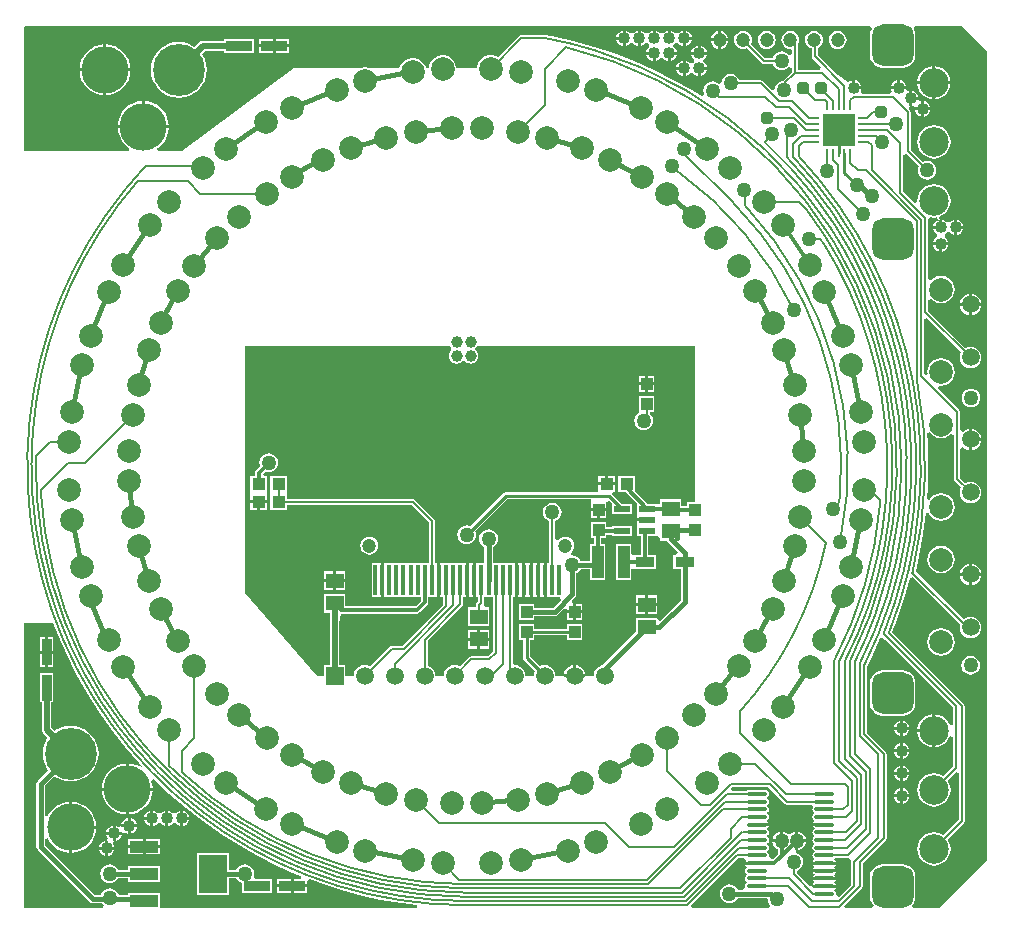
<source format=gtl>
%FSLAX24Y24*%
%MOIN*%
G70*
G01*
G75*
G04 Layer_Physical_Order=1*
G04 Layer_Color=255*
%ADD10C,0.0150*%
%ADD11C,0.0080*%
%ADD12C,0.0120*%
%ADD13R,0.0118X0.1024*%
%ADD14O,0.0669X0.0138*%
%ADD15R,0.0394X0.0433*%
%ADD16R,0.0394X0.1063*%
%ADD17R,0.0591X0.0512*%
%ADD18R,0.0571X0.0217*%
%ADD19R,0.0571X0.0217*%
%ADD20R,0.0433X0.0394*%
%ADD21R,0.0630X0.0335*%
G04:AMPARAMS|DCode=22|XSize=39.4mil|YSize=39.4mil|CornerRadius=9.8mil|HoleSize=0mil|Usage=FLASHONLY|Rotation=0.000|XOffset=0mil|YOffset=0mil|HoleType=Round|Shape=RoundedRectangle|*
%AMROUNDEDRECTD22*
21,1,0.0394,0.0197,0,0,0.0*
21,1,0.0197,0.0394,0,0,0.0*
1,1,0.0197,0.0098,-0.0098*
1,1,0.0197,-0.0098,-0.0098*
1,1,0.0197,-0.0098,0.0098*
1,1,0.0197,0.0098,0.0098*
%
%ADD22ROUNDEDRECTD22*%
%ADD23R,0.0945X0.1299*%
%ADD24R,0.0945X0.0394*%
%ADD25R,0.1102X0.1102*%
%ADD26O,0.0098X0.0276*%
%ADD27O,0.0276X0.0098*%
%ADD28R,0.0335X0.0866*%
%ADD29R,0.0866X0.0335*%
%ADD30C,0.0100*%
%ADD31C,0.0200*%
%ADD32C,0.0472*%
%ADD33C,0.0591*%
%ADD34C,0.0787*%
%ADD35C,0.0984*%
G04:AMPARAMS|DCode=36|XSize=137.8mil|YSize=137.8mil|CornerRadius=34.4mil|HoleSize=0mil|Usage=FLASHONLY|Rotation=90.000|XOffset=0mil|YOffset=0mil|HoleType=Round|Shape=RoundedRectangle|*
%AMROUNDEDRECTD36*
21,1,0.1378,0.0689,0,0,90.0*
21,1,0.0689,0.1378,0,0,90.0*
1,1,0.0689,0.0344,0.0344*
1,1,0.0689,0.0344,-0.0344*
1,1,0.0689,-0.0344,-0.0344*
1,1,0.0689,-0.0344,0.0344*
%
%ADD36ROUNDEDRECTD36*%
%ADD37C,0.1575*%
%ADD38C,0.1732*%
%ADD39R,0.0591X0.0591*%
%ADD40C,0.0500*%
%ADD41C,0.0400*%
%ADD42C,0.0394*%
G36*
X-13625Y-5644D02*
X-13332Y-6305D01*
X-13006Y-6952D01*
X-12649Y-7582D01*
X-12262Y-8193D01*
X-11845Y-8785D01*
X-11400Y-9356D01*
X-10927Y-9904D01*
X-10808Y-10029D01*
X-10984Y-9985D01*
Y-9985D01*
Y-9985D01*
X-10984D01*
X-10984D01*
Y-9985D01*
X-11144Y-9937D01*
X-11260Y-9925D01*
Y-10722D01*
X-10464D01*
X-10475Y-10606D01*
X-10506Y-10503D01*
X-10429Y-10429D01*
X-10428Y-10428D01*
X-9904Y-10927D01*
X-9356Y-11400D01*
X-8785Y-11845D01*
X-8193Y-12262D01*
X-7582Y-12649D01*
X-6952Y-13006D01*
X-6305Y-13332D01*
X-5644Y-13625D01*
X-5516Y-13674D01*
X-5534Y-13773D01*
X-5759D01*
Y-13950D01*
X-5316D01*
Y-13840D01*
X-5234Y-13783D01*
X-4968Y-13885D01*
X-4281Y-14113D01*
X-3583Y-14306D01*
X-2877Y-14464D01*
X-2164Y-14588D01*
X-1659Y-14650D01*
X-1665Y-14750D01*
X-10209D01*
Y-14249D01*
X-11274D01*
Y-14312D01*
X-11601D01*
X-11629Y-14244D01*
X-11679Y-14179D01*
X-11744Y-14129D01*
X-11819Y-14098D01*
X-11900Y-14087D01*
X-11981Y-14098D01*
X-12056Y-14129D01*
X-12121Y-14179D01*
X-12171Y-14244D01*
X-12199Y-14312D01*
X-12393D01*
X-14062Y-12643D01*
Y-12441D01*
X-13965Y-12417D01*
X-13908Y-12524D01*
X-13802Y-12653D01*
X-13673Y-12759D01*
X-13526Y-12838D01*
X-13366Y-12886D01*
X-13250Y-12898D01*
Y-12051D01*
Y-11205D01*
X-13366Y-11216D01*
X-13526Y-11264D01*
X-13673Y-11343D01*
X-13802Y-11449D01*
X-13908Y-11578D01*
X-13965Y-11685D01*
X-14062Y-11661D01*
Y-10648D01*
X-13751Y-10336D01*
X-13717Y-10364D01*
X-13556Y-10450D01*
X-13382Y-10503D01*
X-13200Y-10521D01*
X-13018Y-10503D01*
X-12844Y-10450D01*
X-12683Y-10364D01*
X-12542Y-10249D01*
X-12426Y-10108D01*
X-12340Y-9947D01*
X-12287Y-9772D01*
X-12269Y-9591D01*
X-12287Y-9409D01*
X-12340Y-9234D01*
X-12426Y-9074D01*
X-12542Y-8932D01*
X-12683Y-8817D01*
X-12844Y-8731D01*
X-13018Y-8678D01*
X-13200Y-8660D01*
X-13382Y-8678D01*
X-13556Y-8731D01*
X-13717Y-8817D01*
X-13731Y-8829D01*
X-13837Y-8723D01*
Y-7884D01*
X-13773D01*
Y-6897D01*
X-14227D01*
Y-7884D01*
X-14163D01*
Y-8791D01*
X-14151Y-8853D01*
X-14115Y-8906D01*
X-13962Y-9059D01*
X-13974Y-9074D01*
X-14060Y-9234D01*
X-14113Y-9409D01*
X-14131Y-9591D01*
X-14113Y-9772D01*
X-14060Y-9947D01*
X-13974Y-10108D01*
X-13946Y-10142D01*
X-14297Y-10493D01*
X-14327Y-10538D01*
X-14338Y-10591D01*
Y-12700D01*
X-14327Y-12753D01*
X-14297Y-12797D01*
X-12547Y-14547D01*
X-12503Y-14577D01*
X-12450Y-14588D01*
X-12450Y-14588D01*
X-12147D01*
X-12121Y-14621D01*
X-12077Y-14655D01*
X-12109Y-14750D01*
X-14750D01*
Y-5250D01*
X-13777D01*
X-13625Y-5644D01*
D02*
G37*
G36*
X9301Y-13174D02*
X9291Y-13189D01*
X9291Y-13190D01*
X9678D01*
Y-13290D01*
X9291D01*
X9291Y-13290D01*
X9319Y-13333D01*
X9319Y-13333D01*
X9362Y-13361D01*
X9319Y-13403D01*
X9319Y-13403D01*
X9319D01*
X9291Y-13445D01*
X9281Y-13496D01*
X9291Y-13546D01*
X9319Y-13589D01*
X9362Y-13617D01*
D01*
X9319Y-13659D01*
X9319Y-13659D01*
X9319D01*
X9291Y-13701D01*
X9281Y-13752D01*
X9291Y-13802D01*
X9319Y-13844D01*
X9319Y-13844D01*
X9362Y-13873D01*
X9319Y-13915D01*
X9319Y-13915D01*
X9319D01*
X9291Y-13957D01*
X9281Y-14007D01*
X9289Y-14048D01*
X9270Y-14072D01*
X9189Y-14126D01*
X9042D01*
X9034Y-14107D01*
X8984Y-14042D01*
X8920Y-13993D01*
X8844Y-13961D01*
X8763Y-13951D01*
X8682Y-13961D01*
X8607Y-13993D01*
X8542Y-14042D01*
X8493Y-14107D01*
X8461Y-14182D01*
X8451Y-14263D01*
X8461Y-14344D01*
X8493Y-14420D01*
X8542Y-14484D01*
X8607Y-14534D01*
X8682Y-14565D01*
X8763Y-14576D01*
X8844Y-14565D01*
X8920Y-14534D01*
X8984Y-14484D01*
X9034Y-14420D01*
X9042Y-14401D01*
X9994D01*
X10037Y-14450D01*
X10048Y-14531D01*
X10079Y-14606D01*
X10121Y-14660D01*
X10091Y-14721D01*
X10068Y-14750D01*
X7525D01*
X7487Y-14658D01*
X9058Y-13086D01*
X9254D01*
X9301Y-13174D01*
D02*
G37*
G36*
X7600Y-1189D02*
X7343D01*
Y-1343D01*
X7155D01*
Y-1110D01*
X6445D01*
Y-1258D01*
X6369D01*
Y-1258D01*
X6028D01*
X5611Y-841D01*
Y-343D01*
X5058D01*
Y-857D01*
X5281D01*
X5679Y-1255D01*
X5678Y-1258D01*
X5678D01*
X5678Y-1258D01*
Y-1561D01*
Y-1561D01*
X5678D01*
Y-1561D01*
D01*
Y-1561D01*
X5678D01*
X5678Y-1594D01*
Y-1632D01*
D01*
D01*
D01*
X5678D01*
D01*
Y-1750D01*
X6023D01*
Y-1850D01*
X5678D01*
Y-1935D01*
Y-1935D01*
X5678D01*
Y-1935D01*
D01*
Y-1935D01*
X5678D01*
X5678Y-1968D01*
Y-2006D01*
D01*
D01*
D01*
X5678D01*
D01*
Y-2342D01*
X5808D01*
Y-2973D01*
X5556D01*
D01*
X5556D01*
X5490Y-2907D01*
Y-2609D01*
X4976D01*
Y-3792D01*
X5490D01*
Y-3427D01*
X5556D01*
Y-3427D01*
X6306D01*
Y-2973D01*
X6053D01*
Y-2342D01*
X6369D01*
Y-2342D01*
X6374D01*
X6445Y-2413D01*
Y-2490D01*
X6670D01*
X6673Y-2503D01*
X6703Y-2547D01*
X7036Y-2880D01*
X6997Y-2973D01*
X6894D01*
Y-3427D01*
X7132D01*
Y-4474D01*
X6448Y-5158D01*
X6355Y-5119D01*
Y-5058D01*
X5645D01*
Y-5535D01*
X4528Y-6651D01*
X4507Y-6654D01*
X4421Y-6690D01*
X4347Y-6747D01*
X4290Y-6821D01*
X4254Y-6907D01*
X4242Y-7000D01*
X3958D01*
X3952Y-7050D01*
X3248D01*
X3242Y-7000D01*
X2958D01*
X2946Y-6907D01*
X2910Y-6821D01*
X2853Y-6747D01*
X2779Y-6690D01*
X2693Y-6654D01*
X2600Y-6642D01*
X2507Y-6654D01*
X2440Y-6682D01*
X2112Y-6354D01*
Y-5811D01*
X2257D01*
Y-5647D01*
X3343D01*
Y-5811D01*
X3857D01*
Y-5258D01*
X3343D01*
Y-5422D01*
X2257D01*
Y-5258D01*
X1743D01*
Y-5811D01*
X1888D01*
Y-6400D01*
X1888Y-6400D01*
X1896Y-6443D01*
X1921Y-6479D01*
X2282Y-6840D01*
X2254Y-6907D01*
X2242Y-7000D01*
X1958D01*
X1946Y-6907D01*
X1910Y-6821D01*
X1853Y-6747D01*
X1779Y-6690D01*
X1693Y-6654D01*
X1600Y-6642D01*
X1541Y-6590D01*
Y-4375D01*
X1626D01*
Y-3803D01*
Y-3231D01*
X868D01*
Y-2709D01*
X887Y-2701D01*
X952Y-2652D01*
X1001Y-2587D01*
X1033Y-2512D01*
X1043Y-2431D01*
X1033Y-2350D01*
X1001Y-2274D01*
X952Y-2210D01*
X887Y-2160D01*
X812Y-2129D01*
X731Y-2118D01*
X650Y-2129D01*
X574Y-2160D01*
X510Y-2210D01*
X460Y-2274D01*
X429Y-2350D01*
X418Y-2431D01*
X429Y-2512D01*
X460Y-2587D01*
X510Y-2652D01*
X574Y-2701D01*
X593Y-2709D01*
Y-3231D01*
X308D01*
Y-3803D01*
Y-4375D01*
X393D01*
Y-4513D01*
X328Y-4578D01*
X306Y-4611D01*
X298Y-4650D01*
Y-4710D01*
X45D01*
Y-5342D01*
X755D01*
Y-4710D01*
X649D01*
X581Y-4642D01*
X570Y-4622D01*
X589Y-4595D01*
X596Y-4556D01*
Y-4375D01*
X865D01*
Y-6191D01*
X708Y-6348D01*
X150D01*
X111Y-6356D01*
X78Y-6378D01*
X-230Y-6686D01*
X-307Y-6654D01*
X-400Y-6642D01*
X-493Y-6654D01*
X-579Y-6690D01*
X-653Y-6747D01*
X-710Y-6821D01*
X-746Y-6907D01*
X-758Y-7000D01*
X-1042D01*
X-1054Y-6907D01*
X-1090Y-6821D01*
X-1147Y-6747D01*
X-1221Y-6690D01*
X-1298Y-6658D01*
Y-5842D01*
X-142Y-4686D01*
X-120Y-4653D01*
X-112Y-4614D01*
Y-4375D01*
X-28D01*
Y-3803D01*
Y-3231D01*
X-873D01*
Y-3803D01*
Y-4375D01*
X-789D01*
Y-4644D01*
X-2142Y-5998D01*
X-2500D01*
X-2539Y-6006D01*
X-2572Y-6028D01*
X-3230Y-6686D01*
X-3307Y-6654D01*
X-3400Y-6642D01*
X-3493Y-6654D01*
X-3579Y-6690D01*
X-3653Y-6747D01*
X-3710Y-6821D01*
X-3746Y-6907D01*
X-3758Y-7000D01*
X-4045D01*
Y-6645D01*
X-4237D01*
Y-5238D01*
X-4174Y-4922D01*
X-1650D01*
X-1603Y-4913D01*
X-1563Y-4887D01*
Y-4887D01*
X-1563D01*
D01*
D01*
D01*
D01*
D01*
D01*
X-1563D01*
D01*
X-1563D01*
Y-4887D01*
D01*
D01*
D01*
D01*
Y-4887D01*
D01*
D01*
D01*
D01*
D01*
D01*
Y-4887D01*
D01*
D01*
X-1563D01*
D01*
D01*
D01*
X-1309Y-4632D01*
X-1282Y-4592D01*
X-1273Y-4545D01*
D01*
D01*
D01*
D01*
D01*
X-1273D01*
D01*
D01*
D01*
D01*
Y-4545D01*
X-1273D01*
D01*
Y-4545D01*
D01*
D01*
D01*
D01*
D01*
D01*
D01*
D01*
D01*
D01*
D01*
D01*
Y-4545D01*
D01*
X-1273D01*
D01*
D01*
D01*
D01*
X-1273Y-4545D01*
Y-4375D01*
X-973D01*
Y-3803D01*
Y-3231D01*
X-1057D01*
Y-1841D01*
X-1065Y-1802D01*
X-1087Y-1769D01*
X-1087Y-1769D01*
D01*
D01*
D01*
D01*
X-1087Y-1769D01*
D01*
D01*
X-1087D01*
X-1728Y-1128D01*
X-1761Y-1106D01*
X-1800Y-1098D01*
X-5989D01*
Y-943D01*
D01*
Y-943D01*
X-5989Y-943D01*
X-5989Y-857D01*
X-5989D01*
Y-343D01*
X-6542D01*
Y-857D01*
D01*
D01*
X-6542Y-857D01*
X-6542Y-943D01*
X-6542D01*
Y-1457D01*
X-5989D01*
Y-1302D01*
X-1842D01*
X-1261Y-1883D01*
Y-3231D01*
X-2763D01*
Y-3803D01*
Y-4375D01*
X-1518D01*
Y-4495D01*
X-1701Y-4678D01*
X-4045D01*
Y-4258D01*
X-4755D01*
Y-4890D01*
X-4563D01*
Y-6645D01*
X-4755D01*
Y-7000D01*
X-5000D01*
X-7400Y-4250D01*
Y4000D01*
X-555D01*
X-519Y3953D01*
X-515Y3950D01*
Y3850D01*
X-519Y3847D01*
X-561Y3793D01*
X-586Y3731D01*
X-595Y3664D01*
X-586Y3597D01*
X-561Y3534D01*
X-519Y3481D01*
X-466Y3439D01*
X-403Y3414D01*
X-336Y3405D01*
X-269Y3414D01*
X-207Y3439D01*
X-153Y3481D01*
X-150Y3485D01*
X-50D01*
X-47Y3481D01*
X7Y3439D01*
X69Y3414D01*
X136Y3405D01*
X203Y3414D01*
X266Y3439D01*
X319Y3481D01*
X361Y3534D01*
X386Y3597D01*
X395Y3664D01*
X386Y3731D01*
X361Y3793D01*
X319Y3847D01*
X266Y3888D01*
Y3912D01*
X319Y3953D01*
X355Y4000D01*
X7600D01*
Y-1189D01*
D02*
G37*
G36*
X10620Y-11265D02*
X10654Y-11287D01*
X10693Y-11294D01*
X11498D01*
X11545Y-11383D01*
X11535Y-11398D01*
X11525Y-11448D01*
X11535Y-11499D01*
X11563Y-11541D01*
X11563Y-11541D01*
X11606Y-11570D01*
X11563Y-11611D01*
X11563Y-11611D01*
X11563D01*
X11535Y-11654D01*
X11525Y-11704D01*
X11535Y-11755D01*
X11563Y-11797D01*
X11563Y-11797D01*
X11606Y-11826D01*
X11563Y-11867D01*
X11563Y-11867D01*
X11563D01*
X11535Y-11910D01*
X11535Y-11910D01*
X11922D01*
Y-12010D01*
X11535D01*
X11535Y-12011D01*
X11563Y-12053D01*
X11606Y-12082D01*
D01*
X11563Y-12123D01*
X11563Y-12123D01*
X11563D01*
X11535Y-12166D01*
X11525Y-12216D01*
X11535Y-12266D01*
X11563Y-12309D01*
X11563Y-12309D01*
X11606Y-12338D01*
X11563Y-12379D01*
X11563Y-12379D01*
X11563D01*
X11535Y-12422D01*
X11525Y-12472D01*
X11535Y-12522D01*
X11563Y-12565D01*
X11563Y-12565D01*
X11606Y-12593D01*
X11563Y-12635D01*
X11563Y-12635D01*
X11563D01*
X11535Y-12678D01*
X11525Y-12728D01*
X11535Y-12778D01*
X11563Y-12821D01*
X11563Y-12821D01*
X11606Y-12849D01*
X11563Y-12891D01*
X11563Y-12891D01*
X11563D01*
X11535Y-12934D01*
X11525Y-12984D01*
X11535Y-13034D01*
X11563Y-13077D01*
X11563Y-13077D01*
X11606Y-13105D01*
X11563Y-13147D01*
X11563Y-13147D01*
X11563D01*
X11535Y-13189D01*
X11535Y-13190D01*
X12309D01*
X12309Y-13189D01*
X12281Y-13147D01*
X12238Y-13118D01*
D01*
X12238D01*
D01*
Y-13118D01*
D01*
D01*
D01*
D01*
D01*
X12267Y-13086D01*
D01*
X12716D01*
X12755Y-13078D01*
X12755Y-13078D01*
X12806Y-13161D01*
X12798Y-13200D01*
Y-13958D01*
X12398Y-14358D01*
X12310Y-14311D01*
X12319Y-14263D01*
X12309Y-14213D01*
X12281Y-14170D01*
X12238Y-14142D01*
D01*
X12238D01*
D01*
Y-14142D01*
D01*
D01*
D01*
D01*
D01*
D01*
X12281Y-14100D01*
X12281D01*
Y-14100D01*
D01*
D01*
X12281D01*
X12309Y-14058D01*
X12309Y-14057D01*
X11535D01*
X11525Y-14007D01*
X11533Y-13965D01*
X11438Y-13994D01*
X11002Y-13558D01*
Y-13493D01*
X11056Y-13471D01*
X11121Y-13421D01*
X11171Y-13356D01*
X11202Y-13281D01*
X11213Y-13200D01*
X11202Y-13119D01*
X11171Y-13044D01*
X11121Y-12979D01*
X11056Y-12929D01*
X10981Y-12898D01*
X10991Y-12819D01*
X11000Y-12813D01*
X10950Y-12806D01*
Y-12500D01*
Y-12194D01*
X10919Y-12198D01*
X10844Y-12229D01*
X10779Y-12279D01*
X10721D01*
X10656Y-12229D01*
X10581Y-12198D01*
X10550Y-12194D01*
Y-12500D01*
X10500D01*
Y-12550D01*
X10194D01*
X10198Y-12581D01*
X10229Y-12656D01*
X10279Y-12721D01*
X10344Y-12771D01*
X10378Y-12785D01*
Y-12949D01*
X10210Y-13117D01*
X10190D01*
X10065Y-13034D01*
X10075Y-12984D01*
X10065Y-12934D01*
X10037Y-12891D01*
X9994Y-12862D01*
X9994D01*
D01*
Y-12862D01*
D01*
D01*
D01*
X10037Y-12821D01*
X10037D01*
Y-12821D01*
D01*
D01*
X10037D01*
X10065Y-12778D01*
X10075Y-12728D01*
X10065Y-12678D01*
X10037Y-12635D01*
X9994Y-12607D01*
X9994D01*
D01*
Y-12607D01*
D01*
D01*
D01*
X10037Y-12565D01*
X10037D01*
Y-12565D01*
D01*
D01*
X10037D01*
X10065Y-12522D01*
X10075Y-12472D01*
X10065Y-12422D01*
X10037Y-12379D01*
X9994Y-12351D01*
X9994D01*
D01*
Y-12351D01*
D01*
D01*
D01*
X10037Y-12309D01*
X10037D01*
Y-12309D01*
D01*
D01*
X10037D01*
X10065Y-12266D01*
X10075Y-12216D01*
X10065Y-12166D01*
X10037Y-12123D01*
X9994Y-12095D01*
D01*
X9994D01*
D01*
Y-12095D01*
D01*
D01*
D01*
D01*
D01*
D01*
X10037Y-12053D01*
X10037D01*
Y-12053D01*
D01*
D01*
X10037D01*
X10065Y-12011D01*
X10065Y-12010D01*
X9678D01*
Y-11910D01*
X10065D01*
X10065Y-11910D01*
X10037Y-11867D01*
X9994Y-11839D01*
X9994D01*
D01*
Y-11839D01*
D01*
D01*
D01*
X10037Y-11797D01*
X10037D01*
Y-11797D01*
D01*
D01*
X10037D01*
X10065Y-11755D01*
X10075Y-11704D01*
X10065Y-11654D01*
X10037Y-11611D01*
X9994Y-11583D01*
X9994D01*
D01*
Y-11583D01*
D01*
D01*
D01*
X10037Y-11541D01*
X10037D01*
Y-11541D01*
D01*
D01*
X10037D01*
X10065Y-11499D01*
X10075Y-11448D01*
X10065Y-11398D01*
X10037Y-11356D01*
X9994Y-11327D01*
X9994D01*
D01*
Y-11327D01*
D01*
D01*
D01*
X10037Y-11285D01*
Y-11285D01*
X10037D01*
Y-11285D01*
D01*
D01*
X10037D01*
X10065Y-11243D01*
X10075Y-11193D01*
X10065Y-11142D01*
X10037Y-11100D01*
X9994Y-11071D01*
D01*
X9994D01*
D01*
Y-11071D01*
D01*
D01*
D01*
D01*
D01*
D01*
X10037Y-11030D01*
X10037D01*
Y-11030D01*
D01*
D01*
X10037D01*
X10065Y-10987D01*
X10075Y-10937D01*
X10065Y-10886D01*
X10037Y-10844D01*
X9994Y-10815D01*
X9944Y-10805D01*
X9412D01*
X9362Y-10815D01*
X9333Y-10835D01*
X8840D01*
X8802Y-10742D01*
X8842Y-10702D01*
X10058D01*
X10620Y-11265D01*
D02*
G37*
G36*
X17350Y13800D02*
Y-13150D01*
X15750Y-14750D01*
X14901D01*
X14837Y-14666D01*
X14834Y-14660D01*
X14898Y-14577D01*
X14939Y-14478D01*
X14952Y-14373D01*
Y-13684D01*
X14939Y-13578D01*
X14898Y-13480D01*
X14833Y-13395D01*
X14748Y-13331D01*
X14650Y-13290D01*
X14544Y-13276D01*
X13856D01*
X13750Y-13290D01*
X13652Y-13331D01*
X13567Y-13395D01*
X13502Y-13480D01*
X13461Y-13578D01*
X13448Y-13684D01*
Y-14373D01*
X13461Y-14478D01*
X13502Y-14577D01*
X13566Y-14660D01*
X13563Y-14666D01*
X13499Y-14750D01*
X12625D01*
X12587Y-14658D01*
X13172Y-14072D01*
X13194Y-14039D01*
X13202Y-14000D01*
Y-13242D01*
X13972Y-12472D01*
X13994Y-12439D01*
X14002Y-12400D01*
Y-9600D01*
X13994Y-9561D01*
X13972Y-9528D01*
X13342Y-8898D01*
Y-6695D01*
X13498Y-6384D01*
X13782Y-5743D01*
X13842Y-5732D01*
X13917Y-5761D01*
X16198Y-8042D01*
Y-8629D01*
X16100Y-8649D01*
X16060Y-8553D01*
X15972Y-8438D01*
X15856Y-8349D01*
X15722Y-8294D01*
X15628Y-8281D01*
Y-8832D01*
Y-9382D01*
X15722Y-9369D01*
X15856Y-9314D01*
X15972Y-9225D01*
X16060Y-9110D01*
X16100Y-9014D01*
X16198Y-9034D01*
Y-10036D01*
X15890Y-10344D01*
X15856Y-10318D01*
X15722Y-10262D01*
X15578Y-10243D01*
X15434Y-10262D01*
X15300Y-10318D01*
X15184Y-10406D01*
X15096Y-10522D01*
X15040Y-10656D01*
X15021Y-10800D01*
X15040Y-10944D01*
X15096Y-11078D01*
X15184Y-11194D01*
X15300Y-11282D01*
X15434Y-11338D01*
X15578Y-11357D01*
X15722Y-11338D01*
X15856Y-11282D01*
X15972Y-11194D01*
X16060Y-11078D01*
X16116Y-10944D01*
X16135Y-10800D01*
X16116Y-10656D01*
X16060Y-10522D01*
X16034Y-10488D01*
X16306Y-10216D01*
X16398Y-10255D01*
Y-11804D01*
X15890Y-12312D01*
X15856Y-12286D01*
X15722Y-12231D01*
X15578Y-12212D01*
X15434Y-12231D01*
X15300Y-12286D01*
X15184Y-12375D01*
X15096Y-12490D01*
X15040Y-12624D01*
X15021Y-12768D01*
X15040Y-12913D01*
X15096Y-13047D01*
X15184Y-13162D01*
X15300Y-13251D01*
X15434Y-13306D01*
X15578Y-13325D01*
X15722Y-13306D01*
X15856Y-13251D01*
X15972Y-13162D01*
X16060Y-13047D01*
X16116Y-12913D01*
X16135Y-12768D01*
X16116Y-12624D01*
X16060Y-12490D01*
X16034Y-12456D01*
X16572Y-11919D01*
X16594Y-11885D01*
X16602Y-11846D01*
Y-8000D01*
X16594Y-7961D01*
X16572Y-7928D01*
X16572Y-7928D01*
D01*
X16572D01*
D01*
D01*
X16572Y-7928D01*
Y-7928D01*
X14193Y-5549D01*
X14352Y-5135D01*
X14587Y-4425D01*
X14776Y-3742D01*
X14873Y-3717D01*
X16453Y-5297D01*
X16442Y-5386D01*
X16454Y-5479D01*
X16490Y-5565D01*
X16547Y-5639D01*
X16621Y-5696D01*
X16707Y-5732D01*
X16800Y-5744D01*
X16893Y-5732D01*
X16979Y-5696D01*
X17053Y-5639D01*
X17110Y-5565D01*
X17146Y-5479D01*
X17158Y-5386D01*
X17146Y-5293D01*
X17110Y-5207D01*
X17053Y-5132D01*
X16979Y-5076D01*
X16893Y-5040D01*
X16800Y-5027D01*
X16707Y-5040D01*
X16621Y-5076D01*
X16564Y-5119D01*
X14974Y-3530D01*
X15092Y-3002D01*
X15222Y-2258D01*
X15305Y-1583D01*
X15404Y-1569D01*
X15419Y-1607D01*
X15492Y-1702D01*
X15587Y-1774D01*
X15697Y-1820D01*
X15816Y-1836D01*
X15934Y-1820D01*
X16045Y-1774D01*
X16139Y-1702D01*
X16212Y-1607D01*
X16258Y-1496D01*
X16273Y-1378D01*
X16258Y-1260D01*
X16212Y-1149D01*
X16139Y-1054D01*
X16045Y-982D01*
X15934Y-936D01*
X15816Y-920D01*
X15697Y-936D01*
X15587Y-982D01*
X15492Y-1054D01*
X15438Y-1124D01*
X15345Y-1089D01*
X15370Y-755D01*
X15388Y0D01*
X15370Y755D01*
X15345Y1089D01*
X15438Y1124D01*
X15492Y1054D01*
X15587Y982D01*
X15697Y936D01*
X15816Y920D01*
X15934Y936D01*
X16045Y982D01*
X16139Y1054D01*
X16153Y1073D01*
X16248Y1040D01*
Y-436D01*
X16256Y-475D01*
X16278Y-508D01*
X16486Y-716D01*
X16454Y-793D01*
X16442Y-886D01*
X16454Y-979D01*
X16490Y-1065D01*
X16547Y-1139D01*
X16621Y-1196D01*
X16707Y-1232D01*
X16800Y-1244D01*
X16893Y-1232D01*
X16979Y-1196D01*
X17053Y-1139D01*
X17110Y-1065D01*
X17146Y-979D01*
X17158Y-886D01*
X17146Y-793D01*
X17110Y-707D01*
X17053Y-632D01*
X16979Y-575D01*
X16893Y-540D01*
X16800Y-527D01*
X16707Y-540D01*
X16630Y-572D01*
X16452Y-394D01*
Y560D01*
X16547Y632D01*
X16621Y575D01*
X16707Y540D01*
X16750Y534D01*
Y886D01*
Y1238D01*
X16707Y1232D01*
X16621Y1196D01*
X16547Y1139D01*
X16452Y1212D01*
Y1800D01*
X16444Y1839D01*
X16422Y1872D01*
X15712Y2583D01*
X15756Y2672D01*
X15816Y2664D01*
X15934Y2680D01*
X16045Y2726D01*
X16139Y2798D01*
X16212Y2893D01*
X16258Y3004D01*
X16273Y3122D01*
X16258Y3240D01*
X16212Y3351D01*
X16139Y3446D01*
X16045Y3518D01*
X15934Y3564D01*
X15816Y3580D01*
X15697Y3564D01*
X15587Y3518D01*
X15492Y3446D01*
X15419Y3351D01*
X15374Y3240D01*
X15358Y3122D01*
X15366Y3062D01*
X15328Y3043D01*
X15243Y3096D01*
Y4896D01*
X15336Y4934D01*
X16486Y3784D01*
X16454Y3707D01*
X16442Y3614D01*
X16454Y3521D01*
X16490Y3435D01*
X16547Y3361D01*
X16621Y3304D01*
X16707Y3268D01*
X16800Y3256D01*
X16893Y3268D01*
X16979Y3304D01*
X17053Y3361D01*
X17110Y3435D01*
X17146Y3521D01*
X17158Y3614D01*
X17146Y3707D01*
X17110Y3793D01*
X17053Y3868D01*
X16979Y3925D01*
X16893Y3960D01*
X16800Y3973D01*
X16707Y3960D01*
X16630Y3928D01*
X15383Y5175D01*
Y5541D01*
X15478Y5573D01*
X15492Y5554D01*
X15587Y5482D01*
X15697Y5436D01*
X15816Y5420D01*
X15934Y5436D01*
X16045Y5482D01*
X16139Y5554D01*
X16212Y5649D01*
X16258Y5760D01*
X16273Y5878D01*
X16258Y5996D01*
X16212Y6107D01*
X16139Y6202D01*
X16045Y6274D01*
X15934Y6320D01*
X15816Y6336D01*
X15697Y6320D01*
X15587Y6274D01*
X15492Y6202D01*
X15478Y6183D01*
X15383Y6215D01*
Y8172D01*
X15418Y8254D01*
X15459Y8290D01*
X15578Y8275D01*
X15676Y8288D01*
X15677Y8286D01*
X15677D01*
X15702Y8191D01*
X15669Y8177D01*
X15615Y8135D01*
X15573Y8081D01*
X15547Y8018D01*
X15544Y8000D01*
X15750D01*
Y8206D01*
X15778Y8209D01*
X15777Y8211D01*
X15777D01*
X15752Y8306D01*
X15856Y8349D01*
X15972Y8438D01*
X16060Y8553D01*
X16116Y8687D01*
X16135Y8831D01*
X16116Y8976D01*
X16060Y9110D01*
X15972Y9225D01*
X15856Y9314D01*
X15722Y9369D01*
X15578Y9388D01*
X15434Y9369D01*
X15300Y9314D01*
X15184Y9225D01*
X15096Y9110D01*
X15040Y8976D01*
X15021Y8831D01*
X15025Y8803D01*
X14935Y8759D01*
X14552Y9142D01*
Y10373D01*
X14644Y10411D01*
X15071Y9985D01*
X15048Y9931D01*
X15037Y9850D01*
X15048Y9769D01*
X15079Y9694D01*
X15129Y9629D01*
X15194Y9579D01*
X15269Y9548D01*
X15350Y9537D01*
X15431Y9548D01*
X15506Y9579D01*
X15571Y9629D01*
X15621Y9694D01*
X15652Y9769D01*
X15663Y9850D01*
X15652Y9931D01*
X15621Y10006D01*
X15571Y10071D01*
X15506Y10121D01*
X15431Y10152D01*
X15350Y10163D01*
X15269Y10152D01*
X15215Y10129D01*
X14802Y10542D01*
Y11800D01*
X14794Y11839D01*
X14772Y11872D01*
X14745Y11900D01*
X14789Y11989D01*
X14750Y11994D01*
Y12250D01*
Y12506D01*
X14732Y12503D01*
X14653Y12532D01*
X14653Y12532D01*
X14656Y12550D01*
X14144D01*
X14147Y12532D01*
X14166Y12485D01*
X14137Y12441D01*
X14086Y12402D01*
X13214D01*
X13163Y12441D01*
X13134Y12485D01*
X13153Y12532D01*
X13156Y12550D01*
X12900D01*
Y12600D01*
X12850D01*
Y12856D01*
X12832Y12853D01*
X12769Y12827D01*
X12715Y12785D01*
X12260Y13134D01*
X11702Y13692D01*
Y13929D01*
X11730Y13941D01*
X11792Y13989D01*
X11840Y14051D01*
X11870Y14123D01*
X11880Y14200D01*
X11870Y14277D01*
X11840Y14349D01*
X11792Y14411D01*
X11730Y14459D01*
X11658Y14489D01*
X11581Y14499D01*
X11504Y14489D01*
X11432Y14459D01*
X11370Y14411D01*
X11322Y14349D01*
X11293Y14277D01*
X11282Y14200D01*
X11293Y14123D01*
X11322Y14051D01*
X11370Y13989D01*
X11432Y13941D01*
X11498Y13914D01*
Y13650D01*
X11506Y13611D01*
X11528Y13578D01*
X11811Y13294D01*
X11773Y13202D01*
X11037D01*
Y14030D01*
X11052Y14051D01*
X11082Y14123D01*
X11092Y14200D01*
X11082Y14277D01*
X11052Y14349D01*
X11005Y14411D01*
X10943Y14459D01*
X10871Y14489D01*
X10794Y14499D01*
X10716Y14489D01*
X10644Y14459D01*
X10582Y14411D01*
X10535Y14349D01*
X10505Y14277D01*
X10495Y14200D01*
X10505Y14123D01*
X10535Y14051D01*
X10582Y13989D01*
X10644Y13941D01*
X10716Y13911D01*
X10794Y13901D01*
X10833Y13867D01*
Y13731D01*
X10738Y13699D01*
X10721Y13721D01*
X10656Y13771D01*
X10581Y13802D01*
X10500Y13813D01*
X10419Y13802D01*
X10344Y13771D01*
X10279Y13721D01*
X10229Y13656D01*
X10207Y13602D01*
X9961D01*
X9488Y14075D01*
X9507Y14123D01*
X9518Y14200D01*
X9507Y14277D01*
X9478Y14349D01*
X9430Y14411D01*
X9368Y14459D01*
X9296Y14489D01*
X9219Y14499D01*
X9142Y14489D01*
X9070Y14459D01*
X9008Y14411D01*
X8960Y14349D01*
X8930Y14277D01*
X8920Y14200D01*
X8930Y14123D01*
X8960Y14051D01*
X9008Y13989D01*
X9070Y13941D01*
X9142Y13911D01*
X9219Y13901D01*
X9296Y13911D01*
X9344Y13931D01*
X9847Y13428D01*
X9880Y13406D01*
X9919Y13398D01*
X10207D01*
X10229Y13344D01*
X10279Y13279D01*
X10344Y13229D01*
X10419Y13198D01*
X10500Y13187D01*
X10581Y13198D01*
X10656Y13229D01*
X10721Y13279D01*
X10738Y13301D01*
X10833Y13269D01*
Y13142D01*
X10531Y12840D01*
X10504Y12837D01*
X10428Y12805D01*
X10364Y12756D01*
X10314Y12691D01*
X10283Y12616D01*
X10274Y12547D01*
X10213Y12527D01*
X10173Y12522D01*
X9872Y12822D01*
X9839Y12844D01*
X9800Y12852D01*
X9093D01*
X9071Y12906D01*
X9021Y12971D01*
X8956Y13021D01*
X8881Y13052D01*
X8800Y13063D01*
X8719Y13052D01*
X8644Y13021D01*
X8579Y12971D01*
X8529Y12906D01*
X8498Y12831D01*
X8491Y12777D01*
X8398Y12738D01*
X8356Y12771D01*
X8281Y12802D01*
X8200Y12813D01*
X8119Y12802D01*
X8044Y12771D01*
X7979Y12721D01*
X7929Y12656D01*
X7898Y12581D01*
X7887Y12500D01*
X7898Y12419D01*
X7914Y12380D01*
X7838Y12316D01*
X7507Y12525D01*
X6884Y12878D01*
X6243Y13200D01*
X5588Y13491D01*
X4919Y13749D01*
X4239Y13974D01*
X3548Y14165D01*
X2849Y14322D01*
X2619Y14362D01*
X2619Y14362D01*
Y14362D01*
X2619Y14361D01*
X2601Y14365D01*
X2564Y14357D01*
X1819D01*
X1780Y14349D01*
X1747Y14327D01*
X1044Y13624D01*
X964Y13667D01*
X847Y13694D01*
X728Y13691D01*
X614Y13656D01*
X512Y13593D01*
X430Y13506D01*
X374Y13400D01*
X347Y13284D01*
X314Y13250D01*
X-314D01*
X-347Y13284D01*
X-374Y13400D01*
X-430Y13506D01*
X-512Y13593D01*
X-614Y13656D01*
X-728Y13691D01*
X-847Y13694D01*
X-964Y13667D01*
X-1069Y13611D01*
X-1156Y13529D01*
X-1219Y13428D01*
X-1254Y13314D01*
X-1256Y13250D01*
X-1357D01*
X-1369Y13302D01*
X-1426Y13408D01*
X-1507Y13495D01*
X-1609Y13558D01*
X-1723Y13592D01*
X-1842Y13596D01*
X-1959Y13569D01*
X-2064Y13513D01*
X-2151Y13431D01*
X-2214Y13330D01*
X-2239Y13250D01*
X-3212D01*
X-3268Y13271D01*
X-3386Y13283D01*
X-3504Y13263D01*
X-3533Y13250D01*
X-5750D01*
X-9500Y10500D01*
X-10287D01*
X-10311Y10597D01*
X-10301Y10602D01*
X-10172Y10708D01*
X-10066Y10837D01*
X-9987Y10984D01*
X-9939Y11144D01*
X-9928Y11260D01*
X-11621D01*
X-11609Y11144D01*
X-11561Y10984D01*
X-11482Y10837D01*
X-11376Y10708D01*
X-11247Y10602D01*
X-11237Y10597D01*
X-11262Y10500D01*
X-14750D01*
Y14600D01*
Y14600D01*
X-14750D01*
D01*
D01*
X-14750Y14600D01*
X-14729Y14650D01*
X13443D01*
X13498Y14567D01*
X13461Y14478D01*
X13448Y14373D01*
Y13684D01*
X13461Y13578D01*
X13502Y13480D01*
X13567Y13395D01*
X13652Y13331D01*
X13750Y13290D01*
X13856Y13276D01*
X14544D01*
X14650Y13290D01*
X14748Y13331D01*
X14833Y13395D01*
X14898Y13480D01*
X14939Y13578D01*
X14952Y13684D01*
Y14373D01*
X14939Y14478D01*
X14898Y14577D01*
X14934Y14650D01*
X16500D01*
X17350Y13800D01*
D02*
G37*
%LPC*%
G36*
X15528Y-8281D02*
X15434Y-8294D01*
X15300Y-8349D01*
X15184Y-8438D01*
X15096Y-8553D01*
X15040Y-8687D01*
X15028Y-8781D01*
X15528D01*
Y-8281D01*
D02*
G37*
G36*
X3550Y-6648D02*
X3507Y-6654D01*
X3421Y-6690D01*
X3347Y-6747D01*
X3290Y-6821D01*
X3254Y-6907D01*
X3248Y-6950D01*
X3550D01*
Y-6648D01*
D02*
G37*
G36*
X14756Y-8800D02*
X14550D01*
Y-9006D01*
X14568Y-9003D01*
X14631Y-8977D01*
X14685Y-8935D01*
X14727Y-8881D01*
X14753Y-8818D01*
X14756Y-8800D01*
D02*
G37*
G36*
X16800Y-6337D02*
X16719Y-6348D01*
X16644Y-6379D01*
X16579Y-6429D01*
X16529Y-6494D01*
X16498Y-6569D01*
X16487Y-6650D01*
X16498Y-6731D01*
X16529Y-6806D01*
X16579Y-6871D01*
X16644Y-6921D01*
X16719Y-6952D01*
X16800Y-6963D01*
X16881Y-6952D01*
X16956Y-6921D01*
X17021Y-6871D01*
X17071Y-6806D01*
X17102Y-6731D01*
X17113Y-6650D01*
X17102Y-6569D01*
X17071Y-6494D01*
X17021Y-6429D01*
X16956Y-6379D01*
X16881Y-6348D01*
X16800Y-6337D01*
D02*
G37*
G36*
X14544Y-6819D02*
X13856D01*
X13750Y-6833D01*
X13652Y-6874D01*
X13567Y-6939D01*
X13502Y-7023D01*
X13461Y-7122D01*
X13448Y-7227D01*
Y-7916D01*
X13461Y-8022D01*
X13502Y-8120D01*
X13567Y-8205D01*
X13652Y-8269D01*
X13750Y-8310D01*
X13856Y-8324D01*
X14544D01*
X14650Y-8310D01*
X14748Y-8269D01*
X14833Y-8205D01*
X14898Y-8120D01*
X14939Y-8022D01*
X14952Y-7916D01*
Y-7227D01*
X14939Y-7122D01*
X14898Y-7023D01*
X14833Y-6939D01*
X14748Y-6874D01*
X14650Y-6833D01*
X14544Y-6819D01*
D02*
G37*
G36*
X14450Y-8494D02*
X14432Y-8497D01*
X14369Y-8523D01*
X14315Y-8565D01*
X14273Y-8619D01*
X14247Y-8682D01*
X14244Y-8700D01*
X14450D01*
Y-8494D01*
D02*
G37*
G36*
X14550D02*
Y-8700D01*
X14756D01*
X14753Y-8682D01*
X14727Y-8619D01*
X14685Y-8565D01*
X14631Y-8523D01*
X14568Y-8497D01*
X14550Y-8494D01*
D02*
G37*
G36*
X14450Y-8800D02*
X14244D01*
X14247Y-8818D01*
X14273Y-8881D01*
X14315Y-8935D01*
X14369Y-8977D01*
X14432Y-9003D01*
X14450Y-9006D01*
Y-8800D01*
D02*
G37*
G36*
Y-9994D02*
X14432Y-9997D01*
X14369Y-10023D01*
X14315Y-10065D01*
X14273Y-10119D01*
X14247Y-10182D01*
X14244Y-10200D01*
X14450D01*
Y-9994D01*
D02*
G37*
G36*
X14550D02*
Y-10200D01*
X14756D01*
X14753Y-10182D01*
X14727Y-10119D01*
X14685Y-10065D01*
X14631Y-10023D01*
X14568Y-9997D01*
X14550Y-9994D01*
D02*
G37*
G36*
X14450Y-10300D02*
X14244D01*
X14247Y-10318D01*
X14273Y-10381D01*
X14315Y-10435D01*
X14369Y-10477D01*
X14432Y-10503D01*
X14450Y-10506D01*
Y-10300D01*
D02*
G37*
G36*
X14756D02*
X14550D01*
Y-10506D01*
X14568Y-10503D01*
X14631Y-10477D01*
X14685Y-10435D01*
X14727Y-10381D01*
X14753Y-10318D01*
X14756Y-10300D01*
D02*
G37*
G36*
X14450Y-9550D02*
X14244D01*
X14247Y-9568D01*
X14273Y-9631D01*
X14315Y-9685D01*
X14369Y-9727D01*
X14432Y-9753D01*
X14450Y-9756D01*
Y-9550D01*
D02*
G37*
G36*
X14550Y-9244D02*
Y-9450D01*
X14756D01*
X14753Y-9432D01*
X14727Y-9369D01*
X14685Y-9315D01*
X14631Y-9273D01*
X14568Y-9247D01*
X14550Y-9244D01*
D02*
G37*
G36*
X15528Y-8881D02*
X15028D01*
X15040Y-8976D01*
X15096Y-9110D01*
X15184Y-9225D01*
X15300Y-9314D01*
X15434Y-9369D01*
X15528Y-9382D01*
Y-8881D01*
D02*
G37*
G36*
X14756Y-9550D02*
X14550D01*
Y-9756D01*
X14568Y-9753D01*
X14631Y-9727D01*
X14685Y-9685D01*
X14727Y-9631D01*
X14753Y-9568D01*
X14756Y-9550D01*
D02*
G37*
G36*
X14450Y-9244D02*
X14432Y-9247D01*
X14369Y-9273D01*
X14315Y-9315D01*
X14273Y-9369D01*
X14247Y-9432D01*
X14244Y-9450D01*
X14450D01*
Y-9244D01*
D02*
G37*
G36*
X3857Y-4589D02*
X3650D01*
Y-4815D01*
X3857D01*
Y-4589D01*
D02*
G37*
G36*
X5950Y-4310D02*
X5645D01*
Y-4576D01*
X5950D01*
Y-4310D01*
D02*
G37*
G36*
X6355Y-4676D02*
X6050D01*
Y-4942D01*
X6355D01*
Y-4676D01*
D02*
G37*
G36*
X3857Y-4915D02*
X3650D01*
Y-5142D01*
X3857D01*
Y-4915D01*
D02*
G37*
G36*
X5950Y-4676D02*
X5645D01*
Y-4942D01*
X5950D01*
Y-4676D01*
D02*
G37*
G36*
X1862Y-3231D02*
X1726D01*
Y-3803D01*
Y-4375D01*
X1862D01*
Y-3803D01*
Y-3231D01*
D02*
G37*
G36*
X2098D02*
X1962D01*
Y-3803D01*
Y-4375D01*
X2098D01*
Y-3803D01*
Y-3231D01*
D02*
G37*
G36*
X208D02*
X72D01*
Y-3803D01*
Y-4375D01*
X208D01*
Y-3803D01*
Y-3231D01*
D02*
G37*
G36*
X6355Y-4310D02*
X6050D01*
Y-4576D01*
X6355D01*
Y-4310D01*
D02*
G37*
G36*
X-2863Y-3231D02*
X-3168D01*
Y-4375D01*
X-2863D01*
Y-3803D01*
Y-3231D01*
D02*
G37*
G36*
X3550Y-4915D02*
X3343D01*
Y-5142D01*
X3550D01*
Y-4915D01*
D02*
G37*
G36*
X15816Y-5420D02*
X15697Y-5436D01*
X15587Y-5482D01*
X15492Y-5554D01*
X15419Y-5649D01*
X15374Y-5760D01*
X15358Y-5878D01*
X15374Y-5996D01*
X15419Y-6107D01*
X15492Y-6202D01*
X15587Y-6274D01*
X15697Y-6320D01*
X15816Y-6336D01*
X15934Y-6320D01*
X16045Y-6274D01*
X16139Y-6202D01*
X16212Y-6107D01*
X16258Y-5996D01*
X16273Y-5878D01*
X16258Y-5760D01*
X16212Y-5649D01*
X16139Y-5554D01*
X16045Y-5482D01*
X15934Y-5436D01*
X15816Y-5420D01*
D02*
G37*
G36*
X-14050Y-5716D02*
X-14227D01*
Y-6159D01*
X-14050D01*
Y-5716D01*
D02*
G37*
G36*
X-13773Y-6259D02*
X-13950D01*
Y-6703D01*
X-13773D01*
Y-6259D01*
D02*
G37*
G36*
X3650Y-6648D02*
Y-6950D01*
X3952D01*
X3946Y-6907D01*
X3910Y-6821D01*
X3853Y-6747D01*
X3779Y-6690D01*
X3693Y-6654D01*
X3650Y-6648D01*
D02*
G37*
G36*
X-14050Y-6259D02*
X-14227D01*
Y-6703D01*
X-14050D01*
Y-6259D01*
D02*
G37*
G36*
X350Y-5458D02*
X45D01*
Y-5724D01*
X350D01*
Y-5458D01*
D02*
G37*
G36*
X755D02*
X450D01*
Y-5724D01*
X755D01*
Y-5458D01*
D02*
G37*
G36*
Y-5824D02*
X450D01*
Y-6090D01*
X755D01*
Y-5824D01*
D02*
G37*
G36*
X-13773Y-5716D02*
X-13950D01*
Y-6159D01*
X-13773D01*
Y-5716D01*
D02*
G37*
G36*
X350Y-5824D02*
X45D01*
Y-6090D01*
X350D01*
Y-5824D01*
D02*
G37*
G36*
X11306Y-12550D02*
X11050D01*
Y-12806D01*
X11081Y-12802D01*
X11156Y-12771D01*
X11221Y-12721D01*
X11271Y-12656D01*
X11302Y-12581D01*
X11306Y-12550D01*
D02*
G37*
G36*
X-12050Y-12494D02*
X-12068Y-12497D01*
X-12131Y-12523D01*
X-12185Y-12565D01*
X-12227Y-12619D01*
X-12253Y-12682D01*
X-12256Y-12700D01*
X-12050D01*
Y-12494D01*
D02*
G37*
G36*
X-12353Y-12101D02*
X-13150D01*
Y-12898D01*
X-13034Y-12886D01*
X-12874Y-12838D01*
X-12727Y-12759D01*
X-12598Y-12653D01*
X-12492Y-12524D01*
X-12413Y-12377D01*
X-12365Y-12217D01*
X-12353Y-12101D01*
D02*
G37*
G36*
X-10792Y-12744D02*
X-11274D01*
Y-12951D01*
X-10792D01*
Y-12744D01*
D02*
G37*
G36*
X-10209D02*
X-10692D01*
Y-12951D01*
X-10209D01*
Y-12744D01*
D02*
G37*
G36*
X-11494Y-12300D02*
X-11700D01*
Y-12506D01*
X-11682Y-12503D01*
X-11619Y-12477D01*
X-11565Y-12435D01*
X-11523Y-12381D01*
X-11497Y-12318D01*
X-11494Y-12300D01*
D02*
G37*
G36*
X10450Y-12194D02*
X10419Y-12198D01*
X10344Y-12229D01*
X10279Y-12279D01*
X10229Y-12344D01*
X10198Y-12419D01*
X10194Y-12450D01*
X10450D01*
Y-12194D01*
D02*
G37*
G36*
X-10209Y-12438D02*
X-10692D01*
Y-12644D01*
X-10209D01*
Y-12438D01*
D02*
G37*
G36*
X-11800Y-12300D02*
X-12006D01*
X-12003Y-12318D01*
X-11977Y-12381D01*
X-11966Y-12396D01*
X-12004Y-12488D01*
X-12000Y-12488D01*
X-11950Y-12494D01*
Y-12700D01*
X-11744D01*
X-11747Y-12682D01*
X-11773Y-12619D01*
X-11784Y-12604D01*
X-11746Y-12512D01*
X-11750Y-12512D01*
X-11800Y-12506D01*
Y-12300D01*
D02*
G37*
G36*
X-10792Y-12438D02*
X-11274D01*
Y-12644D01*
X-10792D01*
Y-12438D01*
D02*
G37*
G36*
X-5859Y-13773D02*
X-6303D01*
Y-13950D01*
X-5859D01*
Y-13773D01*
D02*
G37*
G36*
X12309Y-13802D02*
X11535D01*
X11535Y-13802D01*
X11563Y-13844D01*
X11606Y-13873D01*
D01*
X11563Y-13915D01*
X11563Y-13915D01*
X11563D01*
X11535Y-13957D01*
X11535Y-13957D01*
X12309D01*
X12309Y-13957D01*
X12281Y-13915D01*
X12238Y-13886D01*
X12238D01*
D01*
Y-13886D01*
D01*
D01*
D01*
X12238Y-13886D01*
X12281Y-13844D01*
X12281D01*
Y-13844D01*
D01*
D01*
X12281D01*
X12309Y-13802D01*
X12309Y-13802D01*
D02*
G37*
G36*
X-5316Y-14050D02*
X-5759D01*
Y-14227D01*
X-5316D01*
Y-14050D01*
D02*
G37*
G36*
X-7926Y-12890D02*
X-8991D01*
Y-14310D01*
X-7926D01*
Y-13738D01*
X-7679D01*
X-7671Y-13756D01*
X-7621Y-13821D01*
X-7556Y-13871D01*
X-7484Y-13901D01*
Y-14227D01*
X-6497D01*
Y-13773D01*
X-7046D01*
X-7102Y-13690D01*
X-7098Y-13681D01*
X-7087Y-13600D01*
X-7098Y-13519D01*
X-7129Y-13444D01*
X-7179Y-13379D01*
X-7244Y-13329D01*
X-7319Y-13298D01*
X-7400Y-13287D01*
X-7481Y-13298D01*
X-7556Y-13329D01*
X-7621Y-13379D01*
X-7671Y-13444D01*
X-7679Y-13462D01*
X-7926D01*
Y-12890D01*
D02*
G37*
G36*
X-5859Y-14050D02*
X-6303D01*
Y-14227D01*
X-5859D01*
Y-14050D01*
D02*
G37*
G36*
X-12050Y-12800D02*
X-12256D01*
X-12253Y-12818D01*
X-12227Y-12881D01*
X-12185Y-12935D01*
X-12131Y-12977D01*
X-12068Y-13003D01*
X-12050Y-13006D01*
Y-12800D01*
D02*
G37*
G36*
X-11744D02*
X-11950D01*
Y-13006D01*
X-11932Y-13003D01*
X-11869Y-12977D01*
X-11815Y-12935D01*
X-11773Y-12881D01*
X-11747Y-12818D01*
X-11744Y-12800D01*
D02*
G37*
G36*
X12309Y-13290D02*
X11535D01*
X11535Y-13290D01*
X11563Y-13333D01*
X11606Y-13361D01*
D01*
X11563Y-13403D01*
X11563Y-13403D01*
X11563D01*
X11535Y-13445D01*
X11535Y-13446D01*
X12309D01*
X12309Y-13445D01*
X12281Y-13403D01*
X12238Y-13374D01*
X12238D01*
D01*
Y-13374D01*
D01*
D01*
D01*
X12281Y-13333D01*
X12281D01*
Y-13333D01*
D01*
D01*
X12281D01*
X12309Y-13290D01*
X12309Y-13290D01*
D02*
G37*
G36*
X-11900Y-13287D02*
X-11981Y-13298D01*
X-12056Y-13329D01*
X-12121Y-13379D01*
X-12171Y-13444D01*
X-12202Y-13519D01*
X-12213Y-13600D01*
X-12202Y-13681D01*
X-12171Y-13756D01*
X-12121Y-13821D01*
X-12056Y-13871D01*
X-11981Y-13902D01*
X-11900Y-13913D01*
X-11819Y-13902D01*
X-11744Y-13871D01*
X-11679Y-13821D01*
X-11629Y-13756D01*
X-11621Y-13738D01*
X-11274D01*
Y-13857D01*
X-10209D01*
Y-13343D01*
X-11274D01*
Y-13462D01*
X-11621D01*
X-11629Y-13444D01*
X-11679Y-13379D01*
X-11744Y-13329D01*
X-11819Y-13298D01*
X-11900Y-13287D01*
D02*
G37*
G36*
X12309Y-13546D02*
X11535D01*
X11535Y-13546D01*
X11563Y-13589D01*
X11563Y-13589D01*
X11606Y-13617D01*
X11563Y-13659D01*
X11563Y-13659D01*
X11563D01*
X11535Y-13701D01*
X11535Y-13702D01*
X12309D01*
X12309Y-13701D01*
X12281Y-13659D01*
X12238Y-13630D01*
D01*
X12238D01*
D01*
Y-13630D01*
D01*
D01*
D01*
D01*
D01*
D01*
X12281Y-13589D01*
X12281D01*
Y-13589D01*
D01*
D01*
X12281D01*
X12309Y-13546D01*
X12309Y-13546D01*
D02*
G37*
G36*
X-10050Y-11494D02*
X-10068Y-11497D01*
X-10131Y-11523D01*
X-10185Y-11565D01*
X-10200Y-11584D01*
X-10300D01*
X-10315Y-11565D01*
X-10369Y-11523D01*
X-10432Y-11497D01*
X-10450Y-11494D01*
Y-11750D01*
Y-12006D01*
X-10432Y-12003D01*
X-10369Y-11977D01*
X-10315Y-11935D01*
X-10300Y-11916D01*
X-10200D01*
X-10185Y-11935D01*
X-10131Y-11977D01*
X-10068Y-12003D01*
X-10050Y-12006D01*
Y-11750D01*
Y-11494D01*
D02*
G37*
G36*
X-9550D02*
X-9568Y-11497D01*
X-9631Y-11523D01*
X-9685Y-11565D01*
X-9700Y-11584D01*
X-9800D01*
X-9815Y-11565D01*
X-9869Y-11523D01*
X-9932Y-11497D01*
X-9950Y-11494D01*
Y-11750D01*
Y-12006D01*
X-9932Y-12003D01*
X-9869Y-11977D01*
X-9815Y-11935D01*
X-9800Y-11916D01*
X-9700D01*
X-9685Y-11935D01*
X-9631Y-11977D01*
X-9568Y-12003D01*
X-9550Y-12006D01*
Y-11750D01*
Y-11494D01*
D02*
G37*
G36*
X-10464Y-10822D02*
X-11260D01*
Y-11618D01*
X-11144Y-11607D01*
X-10984Y-11558D01*
X-10837Y-11480D01*
X-10708Y-11374D01*
X-10602Y-11245D01*
X-10524Y-11098D01*
X-10475Y-10938D01*
X-10464Y-10822D01*
D02*
G37*
G36*
X-9450Y-11494D02*
Y-11700D01*
X-9244D01*
X-9247Y-11682D01*
X-9273Y-11619D01*
X-9315Y-11565D01*
X-9369Y-11523D01*
X-9432Y-11497D01*
X-9450Y-11494D01*
D02*
G37*
G36*
X-11360Y-10822D02*
X-12157D01*
X-12145Y-10938D01*
X-12097Y-11098D01*
X-12018Y-11245D01*
X-11912Y-11374D01*
X-11783Y-11480D01*
X-11636Y-11558D01*
X-11476Y-11607D01*
X-11360Y-11618D01*
Y-10822D01*
D02*
G37*
G36*
X14550Y-10744D02*
Y-10950D01*
X14756D01*
X14753Y-10932D01*
X14727Y-10869D01*
X14685Y-10815D01*
X14631Y-10773D01*
X14568Y-10747D01*
X14550Y-10744D01*
D02*
G37*
G36*
X-11360Y-9925D02*
X-11476Y-9937D01*
X-11636Y-9985D01*
X-11783Y-10064D01*
X-11912Y-10170D01*
X-12018Y-10299D01*
X-12097Y-10446D01*
X-12145Y-10606D01*
X-12157Y-10722D01*
X-11360D01*
Y-9925D01*
D02*
G37*
G36*
X14450Y-10744D02*
X14432Y-10747D01*
X14369Y-10773D01*
X14315Y-10815D01*
X14273Y-10869D01*
X14247Y-10932D01*
X14244Y-10950D01*
X14450D01*
Y-10744D01*
D02*
G37*
G36*
Y-11050D02*
X14244D01*
X14247Y-11068D01*
X14273Y-11131D01*
X14315Y-11185D01*
X14369Y-11227D01*
X14432Y-11253D01*
X14450Y-11256D01*
Y-11050D01*
D02*
G37*
G36*
X14756D02*
X14550D01*
Y-11256D01*
X14568Y-11253D01*
X14631Y-11227D01*
X14685Y-11185D01*
X14727Y-11131D01*
X14753Y-11068D01*
X14756Y-11050D01*
D02*
G37*
G36*
X-11800Y-11994D02*
X-11818Y-11997D01*
X-11881Y-12023D01*
X-11935Y-12065D01*
X-11977Y-12119D01*
X-12003Y-12182D01*
X-12006Y-12200D01*
X-11800D01*
Y-11994D01*
D02*
G37*
G36*
X-10550Y-11800D02*
X-10756D01*
X-10753Y-11818D01*
X-10727Y-11881D01*
X-10685Y-11935D01*
X-10631Y-11977D01*
X-10568Y-12003D01*
X-10550Y-12006D01*
Y-11800D01*
D02*
G37*
G36*
X-10994Y-12050D02*
X-11200D01*
Y-12256D01*
X-11182Y-12253D01*
X-11119Y-12227D01*
X-11065Y-12185D01*
X-11023Y-12131D01*
X-10997Y-12068D01*
X-10994Y-12050D01*
D02*
G37*
G36*
X11050Y-12194D02*
Y-12450D01*
X11306D01*
X11302Y-12419D01*
X11271Y-12344D01*
X11221Y-12279D01*
X11156Y-12229D01*
X11081Y-12198D01*
X11050Y-12194D01*
D02*
G37*
G36*
X-11700Y-11994D02*
Y-12200D01*
X-11494D01*
X-11488Y-12250D01*
X-11488Y-12254D01*
X-11396Y-12216D01*
X-11381Y-12227D01*
X-11318Y-12253D01*
X-11300Y-12256D01*
Y-12050D01*
X-11506D01*
X-11512Y-12000D01*
X-11512Y-11996D01*
X-11604Y-12034D01*
X-11619Y-12023D01*
X-11682Y-11997D01*
X-11700Y-11994D01*
D02*
G37*
G36*
X-11200Y-11744D02*
Y-11950D01*
X-10994D01*
X-10997Y-11932D01*
X-11023Y-11869D01*
X-11065Y-11815D01*
X-11119Y-11773D01*
X-11182Y-11747D01*
X-11200Y-11744D01*
D02*
G37*
G36*
X-10550Y-11494D02*
X-10568Y-11497D01*
X-10631Y-11523D01*
X-10685Y-11565D01*
X-10727Y-11619D01*
X-10753Y-11682D01*
X-10756Y-11700D01*
X-10550D01*
Y-11494D01*
D02*
G37*
G36*
X-11300Y-11744D02*
X-11318Y-11747D01*
X-11381Y-11773D01*
X-11435Y-11815D01*
X-11477Y-11869D01*
X-11503Y-11932D01*
X-11506Y-11950D01*
X-11300D01*
Y-11744D01*
D02*
G37*
G36*
X-9244Y-11800D02*
X-9450D01*
Y-12006D01*
X-9432Y-12003D01*
X-9369Y-11977D01*
X-9315Y-11935D01*
X-9273Y-11881D01*
X-9247Y-11818D01*
X-9244Y-11800D01*
D02*
G37*
G36*
X-13150Y-11205D02*
Y-12001D01*
X-12353D01*
X-12365Y-11885D01*
X-12413Y-11725D01*
X-12492Y-11578D01*
X-12598Y-11449D01*
X-12727Y-11343D01*
X-12874Y-11264D01*
X-13034Y-11216D01*
X-13150Y-11205D01*
D02*
G37*
G36*
X2334Y-3231D02*
X2198D01*
Y-3803D01*
Y-4375D01*
X2334D01*
Y-3803D01*
Y-3231D01*
D02*
G37*
G36*
X7200Y13200D02*
X6994D01*
X6997Y13182D01*
X7023Y13119D01*
X7065Y13065D01*
X7119Y13023D01*
X7182Y12997D01*
X7200Y12994D01*
Y13200D01*
D02*
G37*
G36*
X8006D02*
X7800D01*
Y12994D01*
X7818Y12997D01*
X7881Y13023D01*
X7935Y13065D01*
X7977Y13119D01*
X8003Y13182D01*
X8006Y13200D01*
D02*
G37*
G36*
X15628Y13319D02*
Y12818D01*
X16128D01*
X16116Y12913D01*
X16060Y13047D01*
X15972Y13162D01*
X15856Y13251D01*
X15722Y13306D01*
X15628Y13319D01*
D02*
G37*
G36*
X14450Y12856D02*
Y12650D01*
X14656D01*
X14653Y12668D01*
X14627Y12731D01*
X14585Y12785D01*
X14531Y12827D01*
X14468Y12853D01*
X14450Y12856D01*
D02*
G37*
G36*
X15528Y13319D02*
X15434Y13306D01*
X15300Y13251D01*
X15184Y13162D01*
X15096Y13047D01*
X15040Y12913D01*
X15028Y12818D01*
X15528D01*
Y13319D01*
D02*
G37*
G36*
X8006Y13700D02*
X7494D01*
X7497Y13682D01*
X7523Y13619D01*
X7565Y13565D01*
X7584Y13550D01*
Y13450D01*
X7565Y13435D01*
X7550Y13416D01*
X7450D01*
X7435Y13435D01*
X7381Y13477D01*
X7318Y13503D01*
X7300Y13506D01*
Y13250D01*
Y12994D01*
X7318Y12997D01*
X7381Y13023D01*
X7435Y13065D01*
X7450Y13084D01*
X7550D01*
X7565Y13065D01*
X7619Y13023D01*
X7682Y12997D01*
X7700Y12994D01*
Y13250D01*
X7750D01*
Y13300D01*
X8006D01*
X8003Y13318D01*
X7977Y13381D01*
X7935Y13435D01*
X7881Y13477D01*
Y13523D01*
X7935Y13565D01*
X7977Y13619D01*
X8003Y13682D01*
X8006Y13700D01*
D02*
G37*
G36*
X6200D02*
X5994D01*
X5997Y13682D01*
X6023Y13619D01*
X6065Y13565D01*
X6119Y13523D01*
X6182Y13497D01*
X6200Y13494D01*
Y13700D01*
D02*
G37*
G36*
X7200Y13506D02*
X7182Y13503D01*
X7119Y13477D01*
X7065Y13435D01*
X7023Y13381D01*
X6997Y13318D01*
X6994Y13300D01*
X7200D01*
Y13506D01*
D02*
G37*
G36*
X-12104Y14047D02*
X-12220Y14035D01*
X-12380Y13987D01*
X-12527Y13908D01*
X-12656Y13802D01*
X-12762Y13673D01*
X-12840Y13526D01*
X-12889Y13366D01*
X-12900Y13250D01*
X-12104D01*
Y14047D01*
D02*
G37*
G36*
X-12004D02*
Y13250D01*
X-11207D01*
X-11219Y13366D01*
X-11267Y13526D01*
X-11346Y13673D01*
X-11452Y13802D01*
X-11581Y13908D01*
X-11728Y13987D01*
X-11888Y14035D01*
X-12004Y14047D01*
D02*
G37*
G36*
X15528Y12718D02*
X15028D01*
X15040Y12624D01*
X15096Y12490D01*
X15184Y12375D01*
X15300Y12286D01*
X15434Y12231D01*
X15528Y12218D01*
Y12718D01*
D02*
G37*
G36*
X16128D02*
X15628D01*
Y12218D01*
X15722Y12231D01*
X15856Y12286D01*
X15972Y12375D01*
X16060Y12490D01*
X16116Y12624D01*
X16128Y12718D01*
D02*
G37*
G36*
X15250Y12156D02*
Y11950D01*
X15456D01*
X15453Y11968D01*
X15427Y12031D01*
X15385Y12085D01*
X15331Y12127D01*
X15268Y12153D01*
X15250Y12156D01*
D02*
G37*
G36*
X15456Y11850D02*
X15250D01*
Y11644D01*
X15268Y11647D01*
X15331Y11673D01*
X15385Y11715D01*
X15427Y11769D01*
X15453Y11832D01*
X15456Y11850D01*
D02*
G37*
G36*
X15056Y12200D02*
X14850D01*
Y11994D01*
X14868Y11997D01*
X14947Y11968D01*
X14944Y11950D01*
X15150D01*
Y12156D01*
X15132Y12153D01*
X15053Y12182D01*
X15053Y12182D01*
X15056Y12200D01*
D02*
G37*
G36*
X12950Y12856D02*
Y12650D01*
X13156D01*
X13153Y12668D01*
X13127Y12731D01*
X13085Y12785D01*
X13031Y12827D01*
X12968Y12853D01*
X12950Y12856D01*
D02*
G37*
G36*
X14350D02*
X14332Y12853D01*
X14269Y12827D01*
X14215Y12785D01*
X14173Y12731D01*
X14147Y12668D01*
X14144Y12650D01*
X14350D01*
Y12856D01*
D02*
G37*
G36*
X-11207Y13150D02*
X-12004D01*
Y12353D01*
X-11888Y12365D01*
X-11728Y12413D01*
X-11581Y12492D01*
X-11452Y12598D01*
X-11346Y12727D01*
X-11267Y12874D01*
X-11219Y13034D01*
X-11207Y13150D01*
D02*
G37*
G36*
X14850Y12506D02*
Y12300D01*
X15056D01*
X15053Y12318D01*
X15027Y12381D01*
X14985Y12435D01*
X14931Y12477D01*
X14868Y12503D01*
X14850Y12506D01*
D02*
G37*
G36*
X-12104Y13150D02*
X-12900D01*
X-12889Y13034D01*
X-12840Y12874D01*
X-12762Y12727D01*
X-12656Y12598D01*
X-12527Y12492D01*
X-12380Y12413D01*
X-12220Y12365D01*
X-12104Y12353D01*
Y13150D01*
D02*
G37*
G36*
X-5916Y14227D02*
X-6359D01*
Y14050D01*
X-5916D01*
Y14227D01*
D02*
G37*
G36*
X8382Y14492D02*
X8354Y14489D01*
X8282Y14459D01*
X8220Y14411D01*
X8173Y14349D01*
X8143Y14277D01*
X8139Y14250D01*
X8382D01*
Y14492D01*
D02*
G37*
G36*
X-6459Y14227D02*
X-6903D01*
Y14050D01*
X-6459D01*
Y14227D01*
D02*
G37*
G36*
X5200Y14200D02*
X4994D01*
X4997Y14182D01*
X5023Y14119D01*
X5065Y14065D01*
X5119Y14023D01*
X5182Y13997D01*
X5200Y13994D01*
Y14200D01*
D02*
G37*
G36*
X7506D02*
X7300D01*
Y13994D01*
X7318Y13997D01*
X7381Y14023D01*
X7435Y14065D01*
X7477Y14119D01*
X7503Y14182D01*
X7506Y14200D01*
D02*
G37*
G36*
X5700Y14506D02*
X5682Y14503D01*
X5619Y14477D01*
X5565Y14435D01*
X5550Y14416D01*
X5450D01*
X5435Y14435D01*
X5381Y14477D01*
X5318Y14503D01*
X5300Y14506D01*
Y14250D01*
Y13994D01*
X5318Y13997D01*
X5381Y14023D01*
X5435Y14065D01*
X5450Y14084D01*
X5550D01*
X5565Y14065D01*
X5619Y14023D01*
X5682Y13997D01*
X5700Y13994D01*
Y14250D01*
Y14506D01*
D02*
G37*
G36*
X7200D02*
X7182Y14503D01*
X7119Y14477D01*
X7065Y14435D01*
X7050Y14416D01*
X6950D01*
X6935Y14435D01*
X6881Y14477D01*
X6818Y14503D01*
X6800Y14506D01*
Y14250D01*
X6700D01*
Y14506D01*
X6682Y14503D01*
X6619Y14477D01*
X6565Y14435D01*
X6550Y14416D01*
X6450D01*
X6435Y14435D01*
X6381Y14477D01*
X6318Y14503D01*
X6300Y14506D01*
Y14250D01*
X6200D01*
Y14506D01*
X6182Y14503D01*
X6119Y14477D01*
X6065Y14435D01*
X6050Y14416D01*
X5950D01*
X5935Y14435D01*
X5881Y14477D01*
X5818Y14503D01*
X5800Y14506D01*
Y14250D01*
Y13994D01*
X5818Y13997D01*
X5881Y14023D01*
X5935Y14065D01*
X5950Y14084D01*
X6050D01*
X6065Y14065D01*
X6084Y14050D01*
Y13950D01*
X6065Y13935D01*
X6023Y13881D01*
X5997Y13818D01*
X5994Y13800D01*
X6250D01*
Y13750D01*
X6300D01*
Y13494D01*
X6318Y13497D01*
X6381Y13523D01*
X6435Y13565D01*
X6450Y13584D01*
X6550D01*
X6565Y13565D01*
X6619Y13523D01*
X6682Y13497D01*
X6700Y13494D01*
Y13750D01*
X6750D01*
Y13800D01*
X7006D01*
X7003Y13818D01*
X6977Y13881D01*
X6935Y13935D01*
X6881Y13977D01*
Y14023D01*
X6935Y14065D01*
X6950Y14084D01*
X7050D01*
X7065Y14065D01*
X7119Y14023D01*
X7182Y13997D01*
X7200Y13994D01*
Y14250D01*
Y14506D01*
D02*
G37*
G36*
X7300D02*
Y14300D01*
X7506D01*
X7503Y14318D01*
X7477Y14381D01*
X7435Y14435D01*
X7381Y14477D01*
X7318Y14503D01*
X7300Y14506D01*
D02*
G37*
G36*
X8482Y14492D02*
Y14250D01*
X8724D01*
X8720Y14277D01*
X8690Y14349D01*
X8643Y14411D01*
X8581Y14459D01*
X8509Y14489D01*
X8482Y14492D01*
D02*
G37*
G36*
X5200Y14506D02*
X5182Y14503D01*
X5119Y14477D01*
X5065Y14435D01*
X5023Y14381D01*
X4997Y14318D01*
X4994Y14300D01*
X5200D01*
Y14506D01*
D02*
G37*
G36*
X7700Y14006D02*
X7682Y14003D01*
X7619Y13977D01*
X7565Y13935D01*
X7523Y13881D01*
X7497Y13818D01*
X7494Y13800D01*
X7700D01*
Y14006D01*
D02*
G37*
G36*
X7800D02*
Y13800D01*
X8006D01*
X8003Y13818D01*
X7977Y13881D01*
X7935Y13935D01*
X7881Y13977D01*
X7818Y14003D01*
X7800Y14006D01*
D02*
G37*
G36*
X-5916Y13950D02*
X-6359D01*
Y13773D01*
X-5916D01*
Y13950D01*
D02*
G37*
G36*
X7006Y13700D02*
X6800D01*
Y13494D01*
X6818Y13497D01*
X6881Y13523D01*
X6935Y13565D01*
X6977Y13619D01*
X7003Y13682D01*
X7006Y13700D01*
D02*
G37*
G36*
X-6459Y13950D02*
X-6903D01*
Y13773D01*
X-6459D01*
Y13950D01*
D02*
G37*
G36*
X8724Y14150D02*
X8482D01*
Y13908D01*
X8509Y13911D01*
X8581Y13941D01*
X8643Y13989D01*
X8690Y14051D01*
X8720Y14123D01*
X8724Y14150D01*
D02*
G37*
G36*
X-7097Y14227D02*
X-8084D01*
Y14163D01*
X-8793D01*
X-8855Y14151D01*
X-8908Y14115D01*
X-9062Y13962D01*
X-9076Y13974D01*
X-9237Y14060D01*
X-9411Y14113D01*
X-9593Y14131D01*
X-9775Y14113D01*
X-9949Y14060D01*
X-10110Y13974D01*
X-10251Y13858D01*
X-10367Y13717D01*
X-10453Y13556D01*
X-10506Y13382D01*
X-10524Y13200D01*
X-10506Y13018D01*
X-10453Y12844D01*
X-10367Y12683D01*
X-10251Y12542D01*
X-10110Y12426D01*
X-9949Y12340D01*
X-9775Y12287D01*
X-9593Y12269D01*
X-9411Y12287D01*
X-9237Y12340D01*
X-9076Y12426D01*
X-8935Y12542D01*
X-8819Y12683D01*
X-8733Y12844D01*
X-8680Y13018D01*
X-8662Y13200D01*
X-8680Y13382D01*
X-8733Y13556D01*
X-8819Y13717D01*
X-8831Y13731D01*
X-8725Y13837D01*
X-8084D01*
Y13773D01*
X-7097D01*
Y14227D01*
D02*
G37*
G36*
X8382Y14150D02*
X8139D01*
X8143Y14123D01*
X8173Y14051D01*
X8220Y13989D01*
X8282Y13941D01*
X8354Y13911D01*
X8382Y13908D01*
Y14150D01*
D02*
G37*
G36*
X10006Y14499D02*
X9929Y14489D01*
X9857Y14459D01*
X9795Y14411D01*
X9748Y14349D01*
X9718Y14277D01*
X9708Y14200D01*
X9718Y14123D01*
X9748Y14051D01*
X9795Y13989D01*
X9857Y13941D01*
X9929Y13911D01*
X10006Y13901D01*
X10084Y13911D01*
X10156Y13941D01*
X10218Y13989D01*
X10265Y14051D01*
X10295Y14123D01*
X10305Y14200D01*
X10295Y14277D01*
X10265Y14349D01*
X10218Y14411D01*
X10156Y14459D01*
X10084Y14489D01*
X10006Y14499D01*
D02*
G37*
G36*
X12369D02*
X12291Y14489D01*
X12219Y14459D01*
X12157Y14411D01*
X12110Y14349D01*
X12080Y14277D01*
X12070Y14200D01*
X12080Y14123D01*
X12110Y14051D01*
X12157Y13989D01*
X12219Y13941D01*
X12291Y13911D01*
X12369Y13901D01*
X12446Y13911D01*
X12518Y13941D01*
X12580Y13989D01*
X12627Y14051D01*
X12657Y14123D01*
X12667Y14200D01*
X12657Y14277D01*
X12627Y14349D01*
X12580Y14411D01*
X12518Y14459D01*
X12446Y14489D01*
X12369Y14499D01*
D02*
G37*
G36*
X15150Y11850D02*
X14944D01*
X14947Y11832D01*
X14973Y11769D01*
X15015Y11715D01*
X15069Y11673D01*
X15132Y11647D01*
X15150Y11644D01*
Y11850D01*
D02*
G37*
G36*
X4657Y-1515D02*
X4450D01*
Y-1742D01*
X4657D01*
Y-1515D01*
D02*
G37*
G36*
X-6985Y-1250D02*
X-7211D01*
Y-1457D01*
X-6985D01*
Y-1250D01*
D02*
G37*
G36*
X4350Y-1515D02*
X4143D01*
Y-1742D01*
X4350D01*
Y-1515D01*
D02*
G37*
G36*
X-3246Y-2363D02*
X-3323Y-2373D01*
X-3395Y-2403D01*
X-3457Y-2450D01*
X-3504Y-2512D01*
X-3534Y-2584D01*
X-3544Y-2661D01*
X-3534Y-2739D01*
X-3504Y-2811D01*
X-3457Y-2873D01*
X-3395Y-2920D01*
X-3323Y-2950D01*
X-3246Y-2960D01*
X-3168Y-2950D01*
X-3096Y-2920D01*
X-3034Y-2873D01*
X-2987Y-2811D01*
X-2957Y-2739D01*
X-2947Y-2661D01*
X-2957Y-2584D01*
X-2987Y-2512D01*
X-3034Y-2450D01*
X-3096Y-2403D01*
X-3168Y-2373D01*
X-3246Y-2363D01*
D02*
G37*
G36*
X2857Y-1231D02*
X2776Y-1241D01*
X2700Y-1273D01*
X2636Y-1322D01*
X2586Y-1387D01*
X2555Y-1462D01*
X2544Y-1543D01*
X2555Y-1624D01*
X2586Y-1700D01*
X2636Y-1764D01*
X2700Y-1814D01*
X2755Y-1837D01*
Y-3231D01*
X2670D01*
Y-3803D01*
Y-4375D01*
X3100D01*
X3138Y-4467D01*
X2878Y-4728D01*
X2257D01*
Y-4589D01*
X1743D01*
Y-5142D01*
X2257D01*
Y-5003D01*
X2935D01*
X2987Y-4993D01*
X3032Y-4963D01*
X3251Y-4744D01*
X3343Y-4782D01*
Y-4815D01*
X3550D01*
Y-4589D01*
X3537D01*
X3498Y-4496D01*
X3619Y-4375D01*
X3649Y-4331D01*
X3660Y-4278D01*
D01*
D01*
D01*
D01*
D01*
X3660D01*
D01*
D01*
D01*
D01*
Y-4278D01*
X3660D01*
D01*
Y-4278D01*
D01*
D01*
D01*
D01*
D01*
D01*
D01*
D01*
D01*
D01*
D01*
D01*
Y-4278D01*
D01*
X3660D01*
D01*
D01*
D01*
D01*
X3660Y-4278D01*
Y-3579D01*
X3678Y-3571D01*
X3743Y-3521D01*
X3793Y-3456D01*
X3801Y-3438D01*
X4110D01*
Y-3792D01*
X4624D01*
Y-2609D01*
X4489D01*
Y-2411D01*
X4657D01*
Y-2296D01*
X4831D01*
Y-2342D01*
X5522D01*
Y-2006D01*
X4831D01*
Y-2052D01*
X4657D01*
Y-1858D01*
X4143D01*
Y-2411D01*
X4245D01*
Y-2609D01*
X4110D01*
Y-3162D01*
X3801D01*
X3793Y-3144D01*
X3743Y-3079D01*
X3678Y-3029D01*
X3603Y-2998D01*
X3522Y-2987D01*
X3508Y-2989D01*
X3470Y-2897D01*
X3501Y-2873D01*
X3549Y-2811D01*
X3578Y-2739D01*
X3589Y-2661D01*
X3578Y-2584D01*
X3549Y-2512D01*
X3501Y-2450D01*
X3439Y-2403D01*
X3367Y-2373D01*
X3290Y-2363D01*
X3212Y-2373D01*
X3140Y-2403D01*
X3079Y-2450D01*
X3053Y-2483D01*
X2959Y-2451D01*
Y-1837D01*
X3013Y-1814D01*
X3078Y-1764D01*
X3127Y-1700D01*
X3159Y-1624D01*
X3169Y-1543D01*
X3159Y-1462D01*
X3127Y-1387D01*
X3078Y-1322D01*
X3013Y-1273D01*
X2938Y-1241D01*
X2857Y-1231D01*
D02*
G37*
G36*
X4942Y-343D02*
X4715D01*
Y-550D01*
X4942D01*
Y-343D01*
D02*
G37*
G36*
X-6600Y413D02*
X-6681Y402D01*
X-6756Y371D01*
X-6821Y321D01*
X-6871Y256D01*
X-6902Y181D01*
X-6913Y100D01*
X-6902Y19D01*
X-6888Y-15D01*
X-7021Y-148D01*
X-7048Y-188D01*
X-7057Y-235D01*
Y-343D01*
X-7211D01*
Y-857D01*
D01*
D01*
X-7211Y-857D01*
X-7211Y-943D01*
X-7211D01*
Y-1150D01*
X-6658D01*
Y-943D01*
D01*
Y-943D01*
X-6658Y-943D01*
X-6658Y-857D01*
X-6658D01*
Y-343D01*
X-6739D01*
X-6772Y-264D01*
X-6701Y-194D01*
X-6681Y-202D01*
X-6600Y-213D01*
X-6519Y-202D01*
X-6444Y-171D01*
X-6379Y-121D01*
X-6329Y-56D01*
X-6298Y19D01*
X-6287Y100D01*
X-6298Y181D01*
X-6329Y256D01*
X-6379Y321D01*
X-6444Y371D01*
X-6519Y402D01*
X-6600Y413D01*
D02*
G37*
G36*
X4615Y-343D02*
X4389D01*
Y-550D01*
X4615D01*
Y-343D01*
D02*
G37*
G36*
X-6658Y-1250D02*
X-6885D01*
Y-1457D01*
X-6658D01*
Y-1250D01*
D02*
G37*
G36*
X4942Y-650D02*
X4389D01*
Y-817D01*
Y-817D01*
X4389D01*
Y-817D01*
D01*
Y-817D01*
X4389D01*
X4389Y-857D01*
X4358Y-888D01*
X1300D01*
X1300Y-888D01*
X1257Y-896D01*
X1221Y-921D01*
X1221Y-921D01*
X125Y-2016D01*
X81Y-1998D01*
X0Y-1987D01*
X-81Y-1998D01*
X-156Y-2029D01*
X-221Y-2079D01*
X-271Y-2144D01*
X-302Y-2219D01*
X-313Y-2300D01*
X-302Y-2381D01*
X-271Y-2456D01*
X-221Y-2521D01*
X-156Y-2571D01*
X-81Y-2602D01*
X0Y-2613D01*
X81Y-2602D01*
X156Y-2571D01*
X221Y-2521D01*
X271Y-2456D01*
X302Y-2381D01*
X313Y-2300D01*
X302Y-2219D01*
X284Y-2175D01*
X1346Y-1112D01*
X4143D01*
Y-1189D01*
X4143D01*
Y-1415D01*
X4657D01*
Y-1195D01*
X4749Y-1157D01*
X4837Y-1245D01*
X4831Y-1258D01*
X4831D01*
X4831Y-1258D01*
Y-1594D01*
X5522D01*
Y-1258D01*
X5167D01*
X4859Y-949D01*
X4897Y-857D01*
X4942D01*
Y-650D01*
D02*
G37*
G36*
X16750Y-3664D02*
X16448D01*
X16454Y-3707D01*
X16490Y-3793D01*
X16547Y-3868D01*
X16621Y-3925D01*
X16707Y-3960D01*
X16750Y-3966D01*
Y-3664D01*
D02*
G37*
G36*
X17152D02*
X16850D01*
Y-3966D01*
X16893Y-3960D01*
X16979Y-3925D01*
X17053Y-3868D01*
X17110Y-3793D01*
X17146Y-3707D01*
X17152Y-3664D01*
D02*
G37*
G36*
X-4045Y-3876D02*
X-4350D01*
Y-4142D01*
X-4045D01*
Y-3876D01*
D02*
G37*
G36*
X2570Y-3231D02*
X2434D01*
Y-3803D01*
Y-4375D01*
X2570D01*
Y-3803D01*
Y-3231D01*
D02*
G37*
G36*
X-4450Y-3876D02*
X-4755D01*
Y-4142D01*
X-4450D01*
Y-3876D01*
D02*
G37*
G36*
X16750Y-3262D02*
X16707Y-3268D01*
X16621Y-3304D01*
X16547Y-3361D01*
X16490Y-3435D01*
X16454Y-3521D01*
X16448Y-3564D01*
X16750D01*
Y-3262D01*
D02*
G37*
G36*
X16850D02*
Y-3564D01*
X17152D01*
X17146Y-3521D01*
X17110Y-3435D01*
X17053Y-3361D01*
X16979Y-3304D01*
X16893Y-3268D01*
X16850Y-3262D01*
D02*
G37*
G36*
X15816Y-2664D02*
X15697Y-2680D01*
X15587Y-2726D01*
X15492Y-2798D01*
X15419Y-2893D01*
X15374Y-3004D01*
X15358Y-3122D01*
X15374Y-3240D01*
X15419Y-3351D01*
X15492Y-3446D01*
X15587Y-3518D01*
X15697Y-3564D01*
X15816Y-3580D01*
X15934Y-3564D01*
X16045Y-3518D01*
X16139Y-3446D01*
X16212Y-3351D01*
X16258Y-3240D01*
X16273Y-3122D01*
X16258Y-3004D01*
X16212Y-2893D01*
X16139Y-2798D01*
X16045Y-2726D01*
X15934Y-2680D01*
X15816Y-2664D01*
D02*
G37*
G36*
X-4450Y-3510D02*
X-4755D01*
Y-3776D01*
X-4450D01*
Y-3510D01*
D02*
G37*
G36*
X-4045D02*
X-4350D01*
Y-3776D01*
X-4045D01*
Y-3510D01*
D02*
G37*
G36*
X16056Y7350D02*
X15850D01*
Y7144D01*
X15868Y7147D01*
X15931Y7173D01*
X15985Y7215D01*
X16027Y7269D01*
X16053Y7332D01*
X16056Y7350D01*
D02*
G37*
G36*
X16556Y7900D02*
X16350D01*
Y7694D01*
X16368Y7697D01*
X16431Y7723D01*
X16485Y7765D01*
X16527Y7819D01*
X16553Y7882D01*
X16556Y7900D01*
D02*
G37*
G36*
X15750Y7350D02*
X15544D01*
X15547Y7332D01*
X15573Y7269D01*
X15615Y7215D01*
X15669Y7173D01*
X15732Y7147D01*
X15750Y7144D01*
Y7350D01*
D02*
G37*
G36*
X16750Y5738D02*
X16707Y5732D01*
X16621Y5696D01*
X16547Y5639D01*
X16490Y5565D01*
X16454Y5479D01*
X16448Y5436D01*
X16750D01*
Y5738D01*
D02*
G37*
G36*
X16850D02*
Y5436D01*
X17152D01*
X17146Y5479D01*
X17110Y5565D01*
X17053Y5639D01*
X16979Y5696D01*
X16893Y5732D01*
X16850Y5738D01*
D02*
G37*
G36*
X-10824Y12157D02*
X-10940Y12145D01*
X-11100Y12097D01*
X-11247Y12018D01*
X-11376Y11912D01*
X-11482Y11783D01*
X-11561Y11636D01*
X-11609Y11476D01*
X-11621Y11360D01*
X-10824D01*
Y12157D01*
D02*
G37*
G36*
X-10724D02*
Y11360D01*
X-9928D01*
X-9939Y11476D01*
X-9987Y11636D01*
X-10066Y11783D01*
X-10172Y11912D01*
X-10301Y12018D01*
X-10448Y12097D01*
X-10608Y12145D01*
X-10724Y12157D01*
D02*
G37*
G36*
X15578Y11357D02*
X15434Y11338D01*
X15300Y11282D01*
X15184Y11194D01*
X15096Y11078D01*
X15040Y10944D01*
X15021Y10800D01*
X15040Y10656D01*
X15096Y10522D01*
X15184Y10406D01*
X15300Y10318D01*
X15434Y10262D01*
X15578Y10243D01*
X15722Y10262D01*
X15856Y10318D01*
X15972Y10406D01*
X16060Y10522D01*
X16116Y10656D01*
X16135Y10800D01*
X16116Y10944D01*
X16060Y11078D01*
X15972Y11194D01*
X15856Y11282D01*
X15722Y11338D01*
X15578Y11357D01*
D02*
G37*
G36*
X16350Y8206D02*
Y8000D01*
X16556D01*
X16553Y8018D01*
X16527Y8081D01*
X16485Y8135D01*
X16431Y8177D01*
X16368Y8203D01*
X16350Y8206D01*
D02*
G37*
G36*
X16250D02*
X16232Y8203D01*
X16169Y8177D01*
X16115Y8135D01*
X16100Y8116D01*
X16000D01*
X15985Y8135D01*
X15931Y8177D01*
X15868Y8203D01*
X15850Y8206D01*
Y7950D01*
X15800D01*
Y7900D01*
X15544D01*
X15547Y7882D01*
X15573Y7819D01*
X15615Y7765D01*
X15666Y7725D01*
Y7625D01*
X15615Y7585D01*
X15573Y7531D01*
X15547Y7468D01*
X15544Y7450D01*
X16056D01*
X16053Y7468D01*
X16027Y7531D01*
X15985Y7585D01*
X15934Y7625D01*
Y7725D01*
X15985Y7765D01*
X16000Y7784D01*
X16100D01*
X16115Y7765D01*
X16169Y7723D01*
X16232Y7697D01*
X16250Y7694D01*
Y7950D01*
Y8206D01*
D02*
G37*
G36*
X16815Y2578D02*
X16734Y2567D01*
X16659Y2536D01*
X16594Y2486D01*
X16545Y2422D01*
X16513Y2346D01*
X16503Y2265D01*
X16513Y2184D01*
X16545Y2109D01*
X16594Y2044D01*
X16659Y1995D01*
X16734Y1963D01*
X16815Y1953D01*
X16896Y1963D01*
X16972Y1995D01*
X17036Y2044D01*
X17086Y2109D01*
X17117Y2184D01*
X17128Y2265D01*
X17117Y2346D01*
X17086Y2422D01*
X17036Y2486D01*
X16972Y2536D01*
X16896Y2567D01*
X16815Y2578D01*
D02*
G37*
G36*
X5950Y2685D02*
X5743D01*
Y2458D01*
X5950D01*
Y2685D01*
D02*
G37*
G36*
X6257Y2342D02*
X5743D01*
Y1789D01*
X5743Y1789D01*
X5743D01*
X5746Y1772D01*
X5744Y1771D01*
X5679Y1721D01*
X5629Y1656D01*
X5598Y1581D01*
X5587Y1500D01*
X5598Y1419D01*
X5629Y1344D01*
X5679Y1279D01*
X5744Y1229D01*
X5819Y1198D01*
X5900Y1187D01*
X5981Y1198D01*
X6056Y1229D01*
X6121Y1279D01*
X6171Y1344D01*
X6202Y1419D01*
X6213Y1500D01*
X6202Y1581D01*
X6171Y1656D01*
X6121Y1721D01*
X6102Y1736D01*
Y1789D01*
X6257D01*
Y2342D01*
D02*
G37*
G36*
X17152Y836D02*
X16850D01*
Y534D01*
X16893Y540D01*
X16979Y575D01*
X17053Y632D01*
X17110Y707D01*
X17146Y793D01*
X17152Y836D01*
D02*
G37*
G36*
X16850Y1238D02*
Y936D01*
X17152D01*
X17146Y979D01*
X17110Y1065D01*
X17053Y1139D01*
X16979Y1196D01*
X16893Y1232D01*
X16850Y1238D01*
D02*
G37*
G36*
X16750Y5336D02*
X16448D01*
X16454Y5293D01*
X16490Y5207D01*
X16547Y5132D01*
X16621Y5076D01*
X16707Y5040D01*
X16750Y5034D01*
Y5336D01*
D02*
G37*
G36*
X17152D02*
X16850D01*
Y5034D01*
X16893Y5040D01*
X16979Y5076D01*
X17053Y5132D01*
X17110Y5207D01*
X17146Y5293D01*
X17152Y5336D01*
D02*
G37*
G36*
X6257Y3011D02*
X6050D01*
Y2785D01*
X6257D01*
Y3011D01*
D02*
G37*
G36*
Y2685D02*
X6050D01*
Y2458D01*
X6257D01*
Y2685D01*
D02*
G37*
G36*
X5950Y3011D02*
X5743D01*
Y2785D01*
X5950D01*
Y3011D01*
D02*
G37*
%LPD*%
D10*
X-4329Y12535D02*
G03*
X-5807Y11922I4329J-12535D01*
G01*
X-9628Y5834D02*
G03*
X-10197Y4771I9628J-5834D01*
G01*
X11926Y-5809D02*
G03*
X12539Y-4330I-11926J5809D01*
G01*
X12825Y-3372D02*
G03*
X13139Y-1797I-12825J3372D01*
G01*
X12535Y4329D02*
G03*
X11922Y5807I-12535J-4329D01*
G01*
X13141Y1798D02*
G03*
X12828Y3372I-13141J-1798D01*
G01*
X8023Y10557D02*
G03*
X6688Y11450I-8023J-10557D01*
G01*
X5809Y11926D02*
G03*
X4330Y12539I-5809J-11926D01*
G01*
X-1798Y13141D02*
G03*
X-3372Y12828I1798J-13141D01*
G01*
X-6691Y11454D02*
G03*
X-8027Y10561I6691J-11454D01*
G01*
X-10557Y8024D02*
G03*
X-11450Y6688I10557J-8024D01*
G01*
X-11926Y5809D02*
G03*
X-12539Y4330I11926J-5809D01*
G01*
X-12825Y3372D02*
G03*
X-13139Y1797I12825J-3372D01*
G01*
X-13141Y-1798D02*
G03*
X-12828Y-3372I13141J1798D01*
G01*
X-12600Y-4350D02*
G03*
X-11984Y-5837I12600J4350D01*
G01*
X-11454Y-6691D02*
G03*
X-10561Y-8027I11454J6691D01*
G01*
X-8023Y-10557D02*
G03*
X-6688Y-11450I8023J10557D01*
G01*
X-5809Y-11926D02*
G03*
X-4330Y-12539I5809J11926D01*
G01*
X-3372Y-12825D02*
G03*
X-1797Y-13139I3372J12825D01*
G01*
X1798Y-13141D02*
G03*
X3372Y-12828I-1798J13141D01*
G01*
X10557Y-8023D02*
G03*
X11450Y-6688I-10557J8023D01*
G01*
X10581Y-3848D02*
G03*
X10935Y-2681I-10581J3848D01*
G01*
X11250Y500D02*
G03*
X11132Y1700I-11250J-500D01*
G01*
X10932Y2680D02*
G03*
X10578Y3847I-10932J-2680D01*
G01*
X10199Y4772D02*
G03*
X9630Y5835I-10199J-4772D01*
G01*
X7596Y8304D02*
G03*
X6664Y9069I-7596J-8304D01*
G01*
X5834Y9628D02*
G03*
X4771Y10197I-5834J-9628D01*
G01*
X3848Y10581D02*
G03*
X2681Y10935I-3848J-10581D01*
G01*
X-500Y11250D02*
G03*
X-1700Y11132I500J-11250D01*
G01*
X-2680Y10932D02*
G03*
X-3847Y10578I2680J-10932D01*
G01*
X-4750Y10250D02*
G03*
X-5855Y9662I4750J-10250D01*
G01*
X-8304Y7596D02*
G03*
X-9069Y6664I8304J-7596D01*
G01*
X-10581Y3848D02*
G03*
X-10935Y2681I10581J-3848D01*
G01*
X-11250Y-500D02*
G03*
X-11132Y-1700I11250J500D01*
G01*
X-10932Y-2680D02*
G03*
X-10578Y-3847I10932J2680D01*
G01*
X-10199Y-4772D02*
G03*
X-9630Y-5835I10199J4772D01*
G01*
X-7596Y-8304D02*
G03*
X-6664Y-9069I7596J8304D01*
G01*
X-5834Y-9628D02*
G03*
X-4771Y-10197I5834J9628D01*
G01*
X-3848Y-10581D02*
G03*
X-2681Y-10935I3848J10581D01*
G01*
X500Y-11250D02*
G03*
X1700Y-11132I-500J11250D01*
G01*
X2680Y-10932D02*
G03*
X3847Y-10578I-2680J10932D01*
G01*
X4772Y-10199D02*
G03*
X5835Y-9630I-4772J10199D01*
G01*
X8304Y-7596D02*
G03*
X9069Y-6664I-8304J7596D01*
G01*
X9628Y-5834D02*
G03*
X10197Y-4771I-9628J5834D01*
G01*
X731Y-3803D02*
Y-2431D01*
X7269Y-4531D02*
Y-2919D01*
X6800Y-2174D02*
X6839Y-2135D01*
X7600D01*
X6800Y-2450D02*
Y-2174D01*
Y-2450D02*
X7269Y-2919D01*
X3522Y-3300D02*
X4267D01*
X3522Y-4278D02*
Y-3300D01*
X2935Y-4865D02*
X3522Y-4278D01*
X2000Y-4865D02*
X2935D01*
X4267Y-3300D02*
X4367Y-3200D01*
X6426Y-5374D02*
X7269Y-4531D01*
X6000Y-5374D02*
X6426D01*
X4600Y-6774D02*
X6000Y-5374D01*
X4600Y-7000D02*
Y-6774D01*
X7000Y-2400D02*
Y-2174D01*
X10163Y-14263D02*
X10350Y-14450D01*
X8763Y-14263D02*
X10163D01*
X-8458Y-13600D02*
X-7400D01*
X-11900D02*
X-10742D01*
X-14200Y-12700D02*
X-12450Y-14450D01*
X-14200Y-12700D02*
Y-10591D01*
X-13200Y-9591D01*
X-12450Y-14450D02*
X-10800D01*
X-4400Y-7000D02*
Y-6800D01*
D11*
X12425Y-1225D02*
G03*
X8901Y8755I-12425J1225D01*
G01*
X-14200Y-800D02*
G03*
X-100Y-14222I14200J800D01*
G01*
X-14359Y341D02*
G03*
X-100Y-14363I14359J-341D01*
G01*
X-10959Y9500D02*
G03*
X-101Y-14503I10959J-9500D01*
G01*
X-10700Y9997D02*
G03*
X-100Y-14643I10700J-9997D01*
G01*
X-9500Y-10205D02*
G03*
X-100Y-13942I9500J10205D01*
G01*
X9100Y-8200D02*
G03*
X11975Y-2578I-9100J8200D01*
G01*
X12250Y-6500D02*
G03*
X13785Y-1256I-12299J6447D01*
G01*
X-9923Y-9993D02*
G03*
X-100Y-14082I9923J9993D01*
G01*
X12615Y-6500D02*
G03*
X11341Y8531I-12615J6500D01*
G01*
X12783Y-6500D02*
G03*
X3312Y13953I-12783J6500D01*
G01*
X12959Y-6500D02*
G03*
X2601Y14263I-12959J6500D01*
G01*
X14075Y-5575D02*
G03*
X11076Y10321I-14075J5575D01*
G01*
X13900Y-5600D02*
G03*
X10892Y10292I-13900J5600D01*
G01*
X13100Y-6600D02*
G03*
X9937Y10790I-13100J6600D01*
G01*
X13240Y-6675D02*
G03*
X10682Y10283I-13240J6675D01*
G01*
X10900Y5200D02*
G03*
X7043Y9810I-10900J-5200D01*
G01*
X12426Y-6500D02*
G03*
X11909Y7405I-12426J6500D01*
G01*
X14863Y-3562D02*
G03*
X15006Y2899I-14863J3562D01*
G01*
X12450Y-2550D02*
G03*
X9282Y8680I-12450J2550D01*
G01*
X494Y-4556D02*
Y-3403D01*
X400Y-5026D02*
Y-4650D01*
X494Y-4556D01*
X-1400Y-7000D02*
Y-5800D01*
X-214Y-4614D02*
Y-3803D01*
X-1400Y-5800D02*
X-214Y-4614D01*
X-1159Y-3803D02*
Y-1841D01*
X967Y-6233D02*
Y-3803D01*
X-400Y-7000D02*
X150Y-6450D01*
X750D01*
X967Y-6233D01*
X1203Y-6597D02*
Y-3803D01*
X600Y-7000D02*
X800D01*
X1203Y-6597D01*
X2857Y-3403D02*
Y-1543D01*
X6000Y1600D02*
Y2065D01*
X5900Y1500D02*
X6000Y1600D01*
X13187Y11003D02*
X13647D01*
X13850Y10800D01*
X14450Y9100D02*
Y10750D01*
X13187Y11200D02*
X14000D01*
X14450Y10750D01*
Y9100D02*
X15281Y8269D01*
X10794Y14200D02*
X10935Y14059D01*
Y13100D02*
Y14059D01*
X9219Y14200D02*
X9919Y13500D01*
X10500D01*
X10935Y13100D02*
X11850D01*
X10585Y12750D02*
X10935Y13100D01*
X10585Y12535D02*
Y12750D01*
X12200Y-1450D02*
X12425Y-1225D01*
X7253Y10403D02*
X8901Y8755D01*
X7253Y10403D02*
Y10547D01*
X1700Y11128D02*
X2600Y12028D01*
Y13240D01*
X-8796Y9923D02*
Y9997D01*
X9923Y8796D02*
X10059Y8660D01*
X13434Y-802D02*
X13785Y-1154D01*
X13239Y-802D02*
X13434D01*
X12959Y-9609D02*
X13450Y-10100D01*
X12783Y-9683D02*
X13300Y-10200D01*
X12850Y-11500D02*
Y-10500D01*
X12615Y-9765D02*
X13150Y-10300D01*
X12426Y-9826D02*
X13000Y-10400D01*
X12250Y-9900D02*
X12850Y-10500D01*
X12700Y-11300D02*
Y-10700D01*
X12600Y-10600D02*
X12700Y-10700D01*
X13300Y-12100D02*
Y-10200D01*
X13150Y-11950D02*
Y-10300D01*
X13450Y-12250D02*
Y-10100D01*
X13000Y-11850D02*
Y-10400D01*
X10800Y-10600D02*
X12600D01*
X11128Y-1700D02*
X11990Y-2562D01*
X9100Y-8900D02*
X10800Y-10600D01*
X6666Y-10166D02*
Y-9072D01*
X8100Y-11300D02*
X8800Y-10600D01*
X7800Y-11300D02*
X8100D01*
X6904Y-12700D02*
X8667Y-10937D01*
X6666Y-10166D02*
X7800Y-11300D01*
X4600Y-11900D02*
X5400Y-12700D01*
X6904D01*
X7241Y-14363D02*
X9132Y-12472D01*
X7299Y-14503D02*
X9074Y-12728D01*
X7357Y-14643D02*
X9016Y-12984D01*
X6002Y-13800D02*
X8609Y-11193D01*
X6058Y-13942D02*
X8552Y-11448D01*
X7184Y-14222D02*
X9190Y-12216D01*
X-9500Y-9500D02*
X-9072Y-9072D01*
Y-6666D01*
X-1700Y-11128D02*
X-927Y-11900D01*
X-12727Y100D02*
X-11128Y1700D01*
X-802Y-13239D02*
X-241Y-13800D01*
X-13300Y100D02*
X-12727D01*
X-13898Y802D02*
X-13239D01*
X-927Y-11900D02*
X4600D01*
X-241Y-13800D02*
X6002D01*
X9662Y-12200D02*
X9678Y-12216D01*
X9388D02*
X9678D01*
X-14200Y-800D02*
X-13300Y100D01*
X-100Y-14222D02*
X7184D01*
X9200Y-12200D02*
X9662D01*
X9132Y-12472D02*
X9678D01*
X-14359Y341D02*
X-13898Y802D01*
X-100Y-14363D02*
X7241D01*
X9074Y-12728D02*
X9678D01*
X-101Y-14503D02*
X7299D01*
X9016Y-12984D02*
X9678D01*
X-10700Y9997D02*
X-8796D01*
X-100Y-14643D02*
X7357D01*
X8552Y-11448D02*
X9678D01*
X-9500Y-10205D02*
Y-9500D01*
X-100Y-13942D02*
X6058D01*
X8609Y-11193D02*
X9678D01*
X8667Y-10937D02*
X9678D01*
X8800Y-10600D02*
X10100D01*
X10693Y-11193D01*
X8796Y-9923D02*
X9623D01*
X10637Y-10937D01*
X11922D01*
X10693Y-11193D02*
X11922D01*
X12552Y-11448D02*
X12700Y-11300D01*
X11922Y-11448D02*
X12552D01*
X9100Y-8900D02*
Y-8200D01*
X12646Y-11704D02*
X12850Y-11500D01*
X11922Y-11704D02*
X12646D01*
X12250Y-9900D02*
Y-6500D01*
X12634Y-12216D02*
X13000Y-11850D01*
X11922Y-12216D02*
X12634D01*
X13140Y-11950D02*
X13150D01*
X12618Y-12472D02*
X13140Y-11950D01*
X11922Y-12472D02*
X12618D01*
X12672Y-12728D02*
X13300Y-12100D01*
X11922Y-12728D02*
X12672D01*
X12716Y-12984D02*
X13450Y-12250D01*
X11922Y-12984D02*
X12716D01*
X7126Y-14082D02*
X8800Y-12408D01*
Y-12100D01*
X9196Y-11704D01*
X9678D01*
X-9923Y-9993D02*
X-9923Y-9993D01*
Y-8796D01*
X-100Y-14082D02*
X7126D01*
X12783Y-9683D02*
Y-6500D01*
X2600Y13240D02*
X3313Y13952D01*
X12959Y-9609D02*
Y-6500D01*
X802Y13239D02*
X1819Y14255D01*
X2601D01*
X-10959Y9500D02*
X-9300D01*
X-8872Y9072D02*
X-6666D01*
X-9300Y9500D02*
X-8872Y9072D01*
X9678Y-13752D02*
X10752D01*
X11500Y-14500D01*
X13700Y-12400D02*
Y-9600D01*
X13100Y-9000D02*
X13700Y-9600D01*
X9678Y-14007D02*
X10707D01*
X11400Y-14700D01*
X12400D01*
X13900Y-12400D02*
Y-9600D01*
X13240Y-8940D02*
X13900Y-9600D01*
X11500Y-14500D02*
X12400D01*
X11563Y-14263D02*
X11922D01*
X10900Y-13600D02*
X11563Y-14263D01*
X10900Y-13600D02*
Y-13200D01*
X12900D02*
X13700Y-12400D01*
X12900Y-14000D02*
Y-13200D01*
X12400Y-14500D02*
X12900Y-14000D01*
X12400Y-14700D02*
X13100Y-14000D01*
Y-13200D01*
X13900Y-12400D01*
X13785Y-1256D02*
Y-1154D01*
X9923Y8796D02*
X11075D01*
X11341Y8531D01*
X12615Y-9765D02*
Y-6500D01*
X15578Y-10800D02*
X16300Y-10078D01*
Y-8000D01*
X15578Y-12768D02*
X16500Y-11846D01*
Y-8000D01*
X16686Y-5386D02*
X16800D01*
X15001Y2899D02*
Y8149D01*
X15281Y5133D02*
X16800Y3614D01*
X15281Y5133D02*
Y8269D01*
X15141Y3009D02*
Y8209D01*
Y3009D02*
X16350Y1800D01*
Y-436D02*
Y1800D01*
Y-436D02*
X16800Y-886D01*
X11400Y7550D02*
X11764D01*
X11076Y10676D02*
X11206Y10806D01*
X11613D01*
X11076Y10321D02*
Y10676D01*
X14075Y-5575D02*
X16500Y-8000D01*
X10892Y10742D02*
X11153Y11003D01*
X11613D01*
X10892Y10292D02*
Y10742D01*
X13900Y-5600D02*
X16300Y-8000D01*
X13187Y10806D02*
X13394D01*
X13500Y10700D01*
Y9850D02*
Y10700D01*
Y9850D02*
X15141Y8209D01*
X12006Y9844D02*
Y10413D01*
X12203Y10197D02*
X12380Y10020D01*
X12203Y10197D02*
Y10413D01*
X12380Y9220D02*
Y10020D01*
Y9220D02*
X13200Y8400D01*
X10682Y11082D02*
X10800Y11200D01*
X9937Y10790D02*
X10197Y11050D01*
X13100Y-9000D02*
Y-6600D01*
X10682Y10283D02*
Y11082D01*
X13240Y-8940D02*
Y-6675D01*
X11300Y11200D02*
X11613D01*
X11303Y11397D02*
X11613D01*
X11406Y11594D02*
X11613D01*
X10850Y12150D02*
X11406Y11594D01*
X10400Y12150D02*
X10850D01*
X9800Y12750D02*
X10400Y12150D01*
X8800Y12750D02*
X9800D01*
X8200Y12500D02*
X8400Y12300D01*
X9950D01*
X10300Y11950D01*
X10750D01*
X11303Y11397D01*
X6854Y10000D02*
X7043Y9810D01*
X10900Y11600D02*
X11300Y11200D01*
X10000Y11600D02*
X10900D01*
X11200Y12600D02*
X11600Y12200D01*
X11950D01*
X12006Y12144D01*
Y11987D02*
Y12144D01*
X11800Y12550D02*
Y12600D01*
Y12550D02*
X12203Y12147D01*
Y11987D02*
Y12147D01*
X12400Y11987D02*
Y12550D01*
X12597Y11987D02*
Y12653D01*
X11600Y13650D02*
X12597Y12653D01*
X11600Y13650D02*
Y14181D01*
X11581Y14200D02*
X11600Y14181D01*
X11850Y13100D02*
X12400Y12550D01*
X12426Y-9826D02*
Y-6500D01*
X11764Y7550D02*
X11909Y7405D01*
X9250Y9200D02*
X9282Y9168D01*
X12794Y12194D02*
X12900Y12300D01*
X12794Y11987D02*
Y12194D01*
X13187Y11594D02*
X13344D01*
X13550Y11800D01*
X14200Y12300D02*
X14700Y11800D01*
X12900Y12300D02*
X14200D01*
X13191Y11400D02*
X14300D01*
X13187Y11397D02*
X13191Y11400D01*
X13550Y11800D02*
X13800D01*
X14700Y10500D02*
X15350Y9850D01*
X14700Y10500D02*
Y11800D01*
X13050Y9850D02*
X13300D01*
X12794Y10106D02*
X13050Y9850D01*
X14863Y-3562D02*
X16686Y-5386D01*
X12794Y10106D02*
Y10413D01*
X13300Y9850D02*
X15001Y8149D01*
X9282Y8680D02*
Y9168D01*
X-1800Y-1200D02*
X-1159Y-1841D01*
X-6265Y-1200D02*
X-1800D01*
X-6265D02*
X-6265Y-1200D01*
Y-600D01*
X-687Y-4687D02*
Y-3803D01*
X-2100Y-6100D02*
X-687Y-4687D01*
X-2500Y-6100D02*
X-2100D01*
X-3400Y-7000D02*
X-2500Y-6100D01*
X-450Y-4650D02*
Y-3803D01*
X-2400Y-6600D02*
X-450Y-4650D01*
X-2400Y-7000D02*
Y-6600D01*
X-400Y-7000D02*
Y-6900D01*
X1439Y-6839D02*
Y-3803D01*
Y-6839D02*
X1600Y-7000D01*
D12*
X11454Y6691D02*
G03*
X10561Y8027I-11454J-6691D01*
G01*
X6839Y-1465D02*
X7600D01*
X6800Y-1426D02*
X6839Y-1465D01*
X6023Y-1426D02*
X6800D01*
X-4400Y-4574D02*
X-4174Y-4800D01*
X-1650D01*
X-1395Y-4545D01*
Y-3803D01*
X5335Y-737D02*
Y-600D01*
Y-737D02*
X6023Y-1426D01*
X4373Y-2174D02*
X5177D01*
X4367Y-2168D02*
X4373Y-2174D01*
X4367Y-2168D02*
X4400Y-2135D01*
X4367Y-3200D02*
Y-2168D01*
X5931Y-2267D02*
X6023Y-2174D01*
X5931Y-3200D02*
Y-2267D01*
X5233Y-3200D02*
X5931D01*
X9678Y-13240D02*
X10260D01*
X10500Y-13000D02*
Y-12500D01*
X10260Y-13240D02*
X11000Y-12500D01*
X-6935Y-235D02*
X-6600Y100D01*
X-6935Y-600D02*
Y-235D01*
D13*
X-3049Y-3803D02*
D03*
X-2813D02*
D03*
X-2576D02*
D03*
X-2340D02*
D03*
X-2104D02*
D03*
X-1868D02*
D03*
X-1631D02*
D03*
X-1395D02*
D03*
X-1159D02*
D03*
X-923D02*
D03*
X-687D02*
D03*
X-450D02*
D03*
X-214D02*
D03*
X22D02*
D03*
X258D02*
D03*
X494D02*
D03*
X731D02*
D03*
X967D02*
D03*
X1203D02*
D03*
X1439D02*
D03*
X1676D02*
D03*
X1912D02*
D03*
X2148D02*
D03*
X2384D02*
D03*
X2620D02*
D03*
X2857D02*
D03*
X3093D02*
D03*
D14*
X11922Y-14263D02*
D03*
X9678Y-14007D02*
D03*
X9678Y-13752D02*
D03*
Y-14263D02*
D03*
X11922Y-13240D02*
D03*
X11922Y-13496D02*
D03*
X11922Y-13752D02*
D03*
X11922Y-14007D02*
D03*
X9678Y-10937D02*
D03*
X9678Y-11193D02*
D03*
Y-11448D02*
D03*
Y-11704D02*
D03*
X9678Y-11960D02*
D03*
X9678Y-12216D02*
D03*
Y-12472D02*
D03*
Y-12728D02*
D03*
Y-12984D02*
D03*
X9678Y-13240D02*
D03*
X9678Y-13496D02*
D03*
X11922Y-10937D02*
D03*
X11922Y-11193D02*
D03*
Y-11448D02*
D03*
Y-11704D02*
D03*
X11922Y-11960D02*
D03*
X11922Y-12216D02*
D03*
Y-12472D02*
D03*
Y-12728D02*
D03*
Y-12984D02*
D03*
D15*
X2000Y-4865D02*
D03*
Y-5535D02*
D03*
X3600Y-5535D02*
D03*
Y-4865D02*
D03*
X7600Y-2135D02*
D03*
Y-1465D02*
D03*
X4400Y-2135D02*
D03*
Y-1465D02*
D03*
X6000Y2065D02*
D03*
Y2735D02*
D03*
D16*
X5233Y-3200D02*
D03*
X4367D02*
D03*
D17*
X6800Y-1426D02*
D03*
Y-2174D02*
D03*
X6000Y-5374D02*
D03*
Y-4626D02*
D03*
X400Y-5026D02*
D03*
Y-5774D02*
D03*
X-4400Y-4574D02*
D03*
Y-3826D02*
D03*
D18*
X5177Y-2174D02*
D03*
Y-1426D02*
D03*
X6023D02*
D03*
Y-1800D02*
D03*
D19*
X6023Y-2174D02*
D03*
D20*
X5335Y-600D02*
D03*
X4665D02*
D03*
X-6265D02*
D03*
X-6935D02*
D03*
X-6935Y-1200D02*
D03*
X-6265D02*
D03*
D21*
X7269Y-3200D02*
D03*
X5931D02*
D03*
D22*
X13800Y11800D02*
D03*
X11200Y12600D02*
D03*
X11800D02*
D03*
X10000Y11600D02*
D03*
D23*
X-8458Y-13600D02*
D03*
D24*
X-10742Y-14506D02*
D03*
Y-13600D02*
D03*
Y-12694D02*
D03*
D25*
X12400Y11200D02*
D03*
D26*
X12006Y11987D02*
D03*
X12203D02*
D03*
X12597D02*
D03*
X12794D02*
D03*
Y10413D02*
D03*
X12597D02*
D03*
X12400D02*
D03*
X12203D02*
D03*
X12006D02*
D03*
X12400Y11987D02*
D03*
D27*
X13187Y11594D02*
D03*
Y11200D02*
D03*
Y11003D02*
D03*
Y10806D02*
D03*
X11613D02*
D03*
Y11003D02*
D03*
Y11200D02*
D03*
Y11397D02*
D03*
Y11594D02*
D03*
X13187Y11397D02*
D03*
D28*
X-14000Y-6209D02*
D03*
Y-7391D02*
D03*
D29*
X-6409Y14000D02*
D03*
X-7591D02*
D03*
X-5809Y-14000D02*
D03*
X-6991D02*
D03*
D30*
X2000Y-6400D02*
X2600Y-7000D01*
X2000Y-6400D02*
Y-5535D01*
X3600D01*
X1300Y-1000D02*
X4751D01*
X0Y-2300D02*
X1300Y-1000D01*
X4751D02*
X5177Y-1426D01*
X12597Y9753D02*
Y10413D01*
Y9753D02*
X13000Y9350D01*
X12400Y10413D02*
Y10728D01*
X12164Y10964D02*
X12400Y10728D01*
D31*
X-4400Y-7000D02*
Y-4574D01*
X-14000Y-8791D02*
Y-7391D01*
Y-8791D02*
X-13200Y-9591D01*
X-8793Y14000D02*
X-7591D01*
X-9593Y13200D02*
X-8793Y14000D01*
X13050Y9400D02*
X13500Y8950D01*
D32*
X3290Y-2661D02*
D03*
X-3246D02*
D03*
X12369Y14200D02*
D03*
X11581D02*
D03*
X8432D02*
D03*
X9219D02*
D03*
X10006D02*
D03*
X10794D02*
D03*
D33*
X2600Y-7000D02*
D03*
X16800Y-3614D02*
D03*
Y-5386D02*
D03*
Y-886D02*
D03*
Y886D02*
D03*
Y5386D02*
D03*
Y3614D02*
D03*
X-1400Y-7000D02*
D03*
X-400D02*
D03*
X600D02*
D03*
X1600D02*
D03*
X3600D02*
D03*
X4600D02*
D03*
X-3400D02*
D03*
X-2400D02*
D03*
D34*
X15816Y-3122D02*
D03*
Y-5878D02*
D03*
Y-1378D02*
D03*
Y1378D02*
D03*
Y5878D02*
D03*
Y3122D02*
D03*
X-1798Y13141D02*
D03*
X-802Y13239D02*
D03*
X-3372Y12825D02*
D03*
X-4328Y12535D02*
D03*
X-1700Y11128D02*
D03*
X-2680Y10932D02*
D03*
X-4772Y10199D02*
D03*
X-3848Y10581D02*
D03*
X-6691Y11454D02*
D03*
X-5809Y11926D02*
D03*
X-5834Y9628D02*
D03*
X-6666Y9072D02*
D03*
X-8023Y10557D02*
D03*
X-8796Y9923D02*
D03*
X-8304Y7596D02*
D03*
X-7596Y8304D02*
D03*
X-9072Y6666D02*
D03*
X-9628Y5834D02*
D03*
X-10557Y8023D02*
D03*
X-9923Y8797D02*
D03*
X-11454Y6691D02*
D03*
X-11926Y5809D02*
D03*
X8023Y10557D02*
D03*
X8796Y9923D02*
D03*
X6691Y11454D02*
D03*
X5809Y11926D02*
D03*
X2680Y10932D02*
D03*
X1700Y11128D02*
D03*
X11454Y6691D02*
D03*
X11926Y5809D02*
D03*
X10557Y8023D02*
D03*
X9923Y8796D02*
D03*
X7596Y8304D02*
D03*
X8304Y7596D02*
D03*
X6666Y9072D02*
D03*
X5834Y9628D02*
D03*
X9628Y5834D02*
D03*
X9072Y6666D02*
D03*
X13141Y1798D02*
D03*
X13239Y802D02*
D03*
X13141Y-1798D02*
D03*
X13239Y-802D02*
D03*
X12825Y-3372D02*
D03*
X12535Y-4328D02*
D03*
X11454Y-6691D02*
D03*
X11926Y-5809D02*
D03*
X11250Y-500D02*
D03*
Y500D02*
D03*
X10932Y-2680D02*
D03*
X11128Y-1700D02*
D03*
X10581Y-3848D02*
D03*
X10199Y-4772D02*
D03*
X9072Y-6666D02*
D03*
X9628Y-5834D02*
D03*
X10557Y-8023D02*
D03*
X9923Y-8796D02*
D03*
X8023Y-10557D02*
D03*
X8796Y-9923D02*
D03*
X8304Y-7596D02*
D03*
X7596Y-8304D02*
D03*
X5834Y-9628D02*
D03*
X6666Y-9072D02*
D03*
X6691Y-11454D02*
D03*
X5809Y-11926D02*
D03*
X-6666Y-9072D02*
D03*
X-5834Y-9628D02*
D03*
X-3848Y-10581D02*
D03*
X-4772Y-10199D02*
D03*
X-2680Y-10932D02*
D03*
X-1700Y-11128D02*
D03*
X-11128Y-1700D02*
D03*
X-10932Y-2680D02*
D03*
X-7596Y-8304D02*
D03*
X-8304Y-7596D02*
D03*
X-9628Y-5834D02*
D03*
X-9072Y-6666D02*
D03*
X-10199Y-4772D02*
D03*
X-10581Y-3848D02*
D03*
X-10557Y-8023D02*
D03*
X-9923Y-8796D02*
D03*
X-6691Y-11454D02*
D03*
X-5809Y-11926D02*
D03*
X500Y-11250D02*
D03*
X-500D02*
D03*
X-11250Y-500D02*
D03*
Y500D02*
D03*
X1798Y-13141D02*
D03*
X802Y-13239D02*
D03*
X-3372Y-12825D02*
D03*
X-4328Y-12535D02*
D03*
X-1798Y-13141D02*
D03*
X-802Y-13239D02*
D03*
X-13141Y1798D02*
D03*
X-13239Y802D02*
D03*
X-13141Y-1798D02*
D03*
X-13239Y-802D02*
D03*
X-11454Y-6691D02*
D03*
X-11926Y-5809D02*
D03*
X-12825Y-3372D02*
D03*
X-12535Y-4328D02*
D03*
X10199Y4772D02*
D03*
X10581Y3848D02*
D03*
X11128Y1700D02*
D03*
X10932Y2680D02*
D03*
X3848Y10581D02*
D03*
X4772Y10199D02*
D03*
X12825Y3372D02*
D03*
X12535Y4328D02*
D03*
X4772Y-10199D02*
D03*
X3848Y-10581D02*
D03*
X3372Y12825D02*
D03*
X4328Y12535D02*
D03*
X1798Y13141D02*
D03*
X802Y13239D02*
D03*
X-500Y11250D02*
D03*
X500D02*
D03*
X-10581Y3848D02*
D03*
X-10199Y4772D02*
D03*
X3372Y-12825D02*
D03*
X4328Y-12535D02*
D03*
X1700Y-11128D02*
D03*
X2680Y-10932D02*
D03*
X-12825Y3372D02*
D03*
X-12535Y4328D02*
D03*
X-10932Y2680D02*
D03*
X-11128Y1700D02*
D03*
X-8023Y-10557D02*
D03*
X-8796Y-9923D02*
D03*
D35*
X15578Y-12768D02*
D03*
Y-10800D02*
D03*
Y-8831D02*
D03*
Y8831D02*
D03*
Y10800D02*
D03*
Y12768D02*
D03*
D36*
X14200Y-14028D02*
D03*
Y-7572D02*
D03*
Y7572D02*
D03*
Y14028D02*
D03*
D37*
X-10774Y11310D02*
D03*
X-12054Y13200D02*
D03*
X-11310Y-10772D02*
D03*
X-13200Y-12051D02*
D03*
D38*
X-9593Y13200D02*
D03*
X-13200Y-9591D02*
D03*
D39*
X-4400Y-7000D02*
D03*
D40*
X5900Y1500D02*
D03*
X2857Y-1543D02*
D03*
X3522Y-3300D02*
D03*
X0Y-2300D02*
D03*
X13850Y10800D02*
D03*
X10500Y13500D02*
D03*
X7253Y10547D02*
D03*
X10900Y-13200D02*
D03*
X12450Y-2550D02*
D03*
X12200Y-1450D02*
D03*
X11400Y7550D02*
D03*
X10900Y5200D02*
D03*
X10500Y-12500D02*
D03*
X11000D02*
D03*
X-7400Y-13600D02*
D03*
X-11900D02*
D03*
X8763Y-14263D02*
D03*
X10350Y-14450D02*
D03*
X16800Y-6650D02*
D03*
X16815Y2265D02*
D03*
X-11900Y-14400D02*
D03*
X13000Y9350D02*
D03*
X12006Y9844D02*
D03*
X13200Y8400D02*
D03*
X10197Y11050D02*
D03*
X10800Y11200D02*
D03*
X10585Y12535D02*
D03*
X6854Y10000D02*
D03*
X8200Y12500D02*
D03*
X8800Y12750D02*
D03*
X9250Y9200D02*
D03*
X14300Y11400D02*
D03*
X13500Y9000D02*
D03*
X15350Y9850D02*
D03*
X731Y-2431D02*
D03*
X-6600Y100D02*
D03*
D41*
X15800Y7400D02*
D03*
Y7950D02*
D03*
X16300D02*
D03*
X15200Y11900D02*
D03*
X14800Y12250D02*
D03*
X14400Y12600D02*
D03*
X12900D02*
D03*
X7750Y13250D02*
D03*
X7250D02*
D03*
X7750Y13750D02*
D03*
X6750D02*
D03*
X6250D02*
D03*
X7250Y14250D02*
D03*
X6750D02*
D03*
X6250D02*
D03*
X5750D02*
D03*
X5250D02*
D03*
X-11250Y-12000D02*
D03*
X-11750Y-12250D02*
D03*
X-12000Y-12750D02*
D03*
X-9500Y-11750D02*
D03*
X-10000D02*
D03*
X-10500D02*
D03*
X14500Y-8750D02*
D03*
Y-9500D02*
D03*
Y-10250D02*
D03*
Y-11000D02*
D03*
D42*
X12164Y10964D02*
D03*
X12636D02*
D03*
Y11436D02*
D03*
X12164D02*
D03*
X136Y4136D02*
D03*
X-336D02*
D03*
Y3664D02*
D03*
X136D02*
D03*
M02*

</source>
